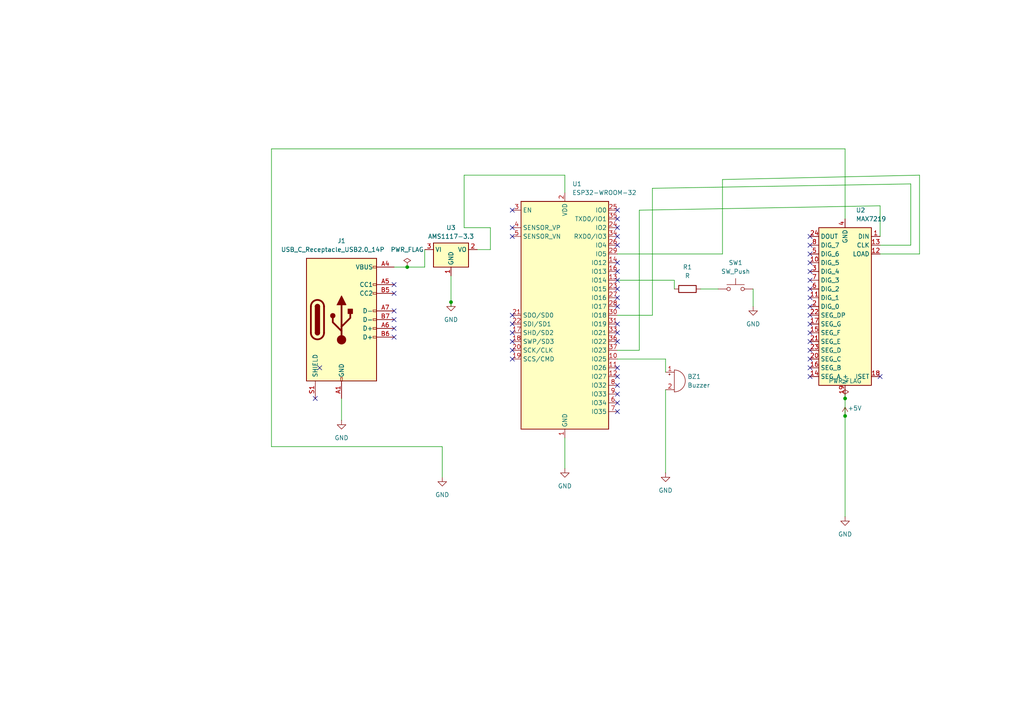
<source format=kicad_sch>
(kicad_sch
	(version 20250114)
	(generator "eeschema")
	(generator_version "9.0")
	(uuid "92d4827d-2512-480e-8388-52142f7de1b2")
	(paper "A4")
	(lib_symbols
		(symbol "Connector:USB_C_Receptacle_USB2.0_14P"
			(pin_names
				(offset 1.016)
			)
			(exclude_from_sim no)
			(in_bom yes)
			(on_board yes)
			(property "Reference" "J"
				(at 0 22.225 0)
				(effects
					(font
						(size 1.27 1.27)
					)
				)
			)
			(property "Value" "USB_C_Receptacle_USB2.0_14P"
				(at 0 19.685 0)
				(effects
					(font
						(size 1.27 1.27)
					)
				)
			)
			(property "Footprint" ""
				(at 3.81 0 0)
				(effects
					(font
						(size 1.27 1.27)
					)
					(hide yes)
				)
			)
			(property "Datasheet" "https://www.usb.org/sites/default/files/documents/usb_type-c.zip"
				(at 3.81 0 0)
				(effects
					(font
						(size 1.27 1.27)
					)
					(hide yes)
				)
			)
			(property "Description" "USB 2.0-only 14P Type-C Receptacle connector"
				(at 0 0 0)
				(effects
					(font
						(size 1.27 1.27)
					)
					(hide yes)
				)
			)
			(property "ki_keywords" "usb universal serial bus type-C USB2.0"
				(at 0 0 0)
				(effects
					(font
						(size 1.27 1.27)
					)
					(hide yes)
				)
			)
			(property "ki_fp_filters" "USB*C*Receptacle*"
				(at 0 0 0)
				(effects
					(font
						(size 1.27 1.27)
					)
					(hide yes)
				)
			)
			(symbol "USB_C_Receptacle_USB2.0_14P_0_0"
				(rectangle
					(start -0.254 -17.78)
					(end 0.254 -16.764)
					(stroke
						(width 0)
						(type default)
					)
					(fill
						(type none)
					)
				)
				(rectangle
					(start 10.16 15.494)
					(end 9.144 14.986)
					(stroke
						(width 0)
						(type default)
					)
					(fill
						(type none)
					)
				)
				(rectangle
					(start 10.16 10.414)
					(end 9.144 9.906)
					(stroke
						(width 0)
						(type default)
					)
					(fill
						(type none)
					)
				)
				(rectangle
					(start 10.16 7.874)
					(end 9.144 7.366)
					(stroke
						(width 0)
						(type default)
					)
					(fill
						(type none)
					)
				)
				(rectangle
					(start 10.16 2.794)
					(end 9.144 2.286)
					(stroke
						(width 0)
						(type default)
					)
					(fill
						(type none)
					)
				)
				(rectangle
					(start 10.16 0.254)
					(end 9.144 -0.254)
					(stroke
						(width 0)
						(type default)
					)
					(fill
						(type none)
					)
				)
				(rectangle
					(start 10.16 -2.286)
					(end 9.144 -2.794)
					(stroke
						(width 0)
						(type default)
					)
					(fill
						(type none)
					)
				)
				(rectangle
					(start 10.16 -4.826)
					(end 9.144 -5.334)
					(stroke
						(width 0)
						(type default)
					)
					(fill
						(type none)
					)
				)
			)
			(symbol "USB_C_Receptacle_USB2.0_14P_0_1"
				(rectangle
					(start -10.16 17.78)
					(end 10.16 -17.78)
					(stroke
						(width 0.254)
						(type default)
					)
					(fill
						(type background)
					)
				)
				(polyline
					(pts
						(xy -8.89 -3.81) (xy -8.89 3.81)
					)
					(stroke
						(width 0.508)
						(type default)
					)
					(fill
						(type none)
					)
				)
				(rectangle
					(start -7.62 -3.81)
					(end -6.35 3.81)
					(stroke
						(width 0.254)
						(type default)
					)
					(fill
						(type outline)
					)
				)
				(arc
					(start -7.62 3.81)
					(mid -6.985 4.4423)
					(end -6.35 3.81)
					(stroke
						(width 0.254)
						(type default)
					)
					(fill
						(type none)
					)
				)
				(arc
					(start -7.62 3.81)
					(mid -6.985 4.4423)
					(end -6.35 3.81)
					(stroke
						(width 0.254)
						(type default)
					)
					(fill
						(type outline)
					)
				)
				(arc
					(start -8.89 3.81)
					(mid -6.985 5.7067)
					(end -5.08 3.81)
					(stroke
						(width 0.508)
						(type default)
					)
					(fill
						(type none)
					)
				)
				(arc
					(start -5.08 -3.81)
					(mid -6.985 -5.7067)
					(end -8.89 -3.81)
					(stroke
						(width 0.508)
						(type default)
					)
					(fill
						(type none)
					)
				)
				(arc
					(start -6.35 -3.81)
					(mid -6.985 -4.4423)
					(end -7.62 -3.81)
					(stroke
						(width 0.254)
						(type default)
					)
					(fill
						(type none)
					)
				)
				(arc
					(start -6.35 -3.81)
					(mid -6.985 -4.4423)
					(end -7.62 -3.81)
					(stroke
						(width 0.254)
						(type default)
					)
					(fill
						(type outline)
					)
				)
				(polyline
					(pts
						(xy -5.08 3.81) (xy -5.08 -3.81)
					)
					(stroke
						(width 0.508)
						(type default)
					)
					(fill
						(type none)
					)
				)
				(circle
					(center -2.54 1.143)
					(radius 0.635)
					(stroke
						(width 0.254)
						(type default)
					)
					(fill
						(type outline)
					)
				)
				(polyline
					(pts
						(xy -1.27 4.318) (xy 0 6.858) (xy 1.27 4.318) (xy -1.27 4.318)
					)
					(stroke
						(width 0.254)
						(type default)
					)
					(fill
						(type outline)
					)
				)
				(polyline
					(pts
						(xy 0 -2.032) (xy 2.54 0.508) (xy 2.54 1.778)
					)
					(stroke
						(width 0.508)
						(type default)
					)
					(fill
						(type none)
					)
				)
				(polyline
					(pts
						(xy 0 -3.302) (xy -2.54 -0.762) (xy -2.54 0.508)
					)
					(stroke
						(width 0.508)
						(type default)
					)
					(fill
						(type none)
					)
				)
				(polyline
					(pts
						(xy 0 -5.842) (xy 0 4.318)
					)
					(stroke
						(width 0.508)
						(type default)
					)
					(fill
						(type none)
					)
				)
				(circle
					(center 0 -5.842)
					(radius 1.27)
					(stroke
						(width 0)
						(type default)
					)
					(fill
						(type outline)
					)
				)
				(rectangle
					(start 1.905 1.778)
					(end 3.175 3.048)
					(stroke
						(width 0.254)
						(type default)
					)
					(fill
						(type outline)
					)
				)
			)
			(symbol "USB_C_Receptacle_USB2.0_14P_1_1"
				(pin passive line
					(at -7.62 -22.86 90)
					(length 5.08)
					(name "SHIELD"
						(effects
							(font
								(size 1.27 1.27)
							)
						)
					)
					(number "S1"
						(effects
							(font
								(size 1.27 1.27)
							)
						)
					)
				)
				(pin passive line
					(at 0 -22.86 90)
					(length 5.08)
					(name "GND"
						(effects
							(font
								(size 1.27 1.27)
							)
						)
					)
					(number "A1"
						(effects
							(font
								(size 1.27 1.27)
							)
						)
					)
				)
				(pin passive line
					(at 0 -22.86 90)
					(length 5.08)
					(hide yes)
					(name "GND"
						(effects
							(font
								(size 1.27 1.27)
							)
						)
					)
					(number "A12"
						(effects
							(font
								(size 1.27 1.27)
							)
						)
					)
				)
				(pin passive line
					(at 0 -22.86 90)
					(length 5.08)
					(hide yes)
					(name "GND"
						(effects
							(font
								(size 1.27 1.27)
							)
						)
					)
					(number "B1"
						(effects
							(font
								(size 1.27 1.27)
							)
						)
					)
				)
				(pin passive line
					(at 0 -22.86 90)
					(length 5.08)
					(hide yes)
					(name "GND"
						(effects
							(font
								(size 1.27 1.27)
							)
						)
					)
					(number "B12"
						(effects
							(font
								(size 1.27 1.27)
							)
						)
					)
				)
				(pin passive line
					(at 15.24 15.24 180)
					(length 5.08)
					(name "VBUS"
						(effects
							(font
								(size 1.27 1.27)
							)
						)
					)
					(number "A4"
						(effects
							(font
								(size 1.27 1.27)
							)
						)
					)
				)
				(pin passive line
					(at 15.24 15.24 180)
					(length 5.08)
					(hide yes)
					(name "VBUS"
						(effects
							(font
								(size 1.27 1.27)
							)
						)
					)
					(number "A9"
						(effects
							(font
								(size 1.27 1.27)
							)
						)
					)
				)
				(pin passive line
					(at 15.24 15.24 180)
					(length 5.08)
					(hide yes)
					(name "VBUS"
						(effects
							(font
								(size 1.27 1.27)
							)
						)
					)
					(number "B4"
						(effects
							(font
								(size 1.27 1.27)
							)
						)
					)
				)
				(pin passive line
					(at 15.24 15.24 180)
					(length 5.08)
					(hide yes)
					(name "VBUS"
						(effects
							(font
								(size 1.27 1.27)
							)
						)
					)
					(number "B9"
						(effects
							(font
								(size 1.27 1.27)
							)
						)
					)
				)
				(pin bidirectional line
					(at 15.24 10.16 180)
					(length 5.08)
					(name "CC1"
						(effects
							(font
								(size 1.27 1.27)
							)
						)
					)
					(number "A5"
						(effects
							(font
								(size 1.27 1.27)
							)
						)
					)
				)
				(pin bidirectional line
					(at 15.24 7.62 180)
					(length 5.08)
					(name "CC2"
						(effects
							(font
								(size 1.27 1.27)
							)
						)
					)
					(number "B5"
						(effects
							(font
								(size 1.27 1.27)
							)
						)
					)
				)
				(pin bidirectional line
					(at 15.24 2.54 180)
					(length 5.08)
					(name "D-"
						(effects
							(font
								(size 1.27 1.27)
							)
						)
					)
					(number "A7"
						(effects
							(font
								(size 1.27 1.27)
							)
						)
					)
				)
				(pin bidirectional line
					(at 15.24 0 180)
					(length 5.08)
					(name "D-"
						(effects
							(font
								(size 1.27 1.27)
							)
						)
					)
					(number "B7"
						(effects
							(font
								(size 1.27 1.27)
							)
						)
					)
				)
				(pin bidirectional line
					(at 15.24 -2.54 180)
					(length 5.08)
					(name "D+"
						(effects
							(font
								(size 1.27 1.27)
							)
						)
					)
					(number "A6"
						(effects
							(font
								(size 1.27 1.27)
							)
						)
					)
				)
				(pin bidirectional line
					(at 15.24 -5.08 180)
					(length 5.08)
					(name "D+"
						(effects
							(font
								(size 1.27 1.27)
							)
						)
					)
					(number "B6"
						(effects
							(font
								(size 1.27 1.27)
							)
						)
					)
				)
			)
			(embedded_fonts no)
		)
		(symbol "Device:Buzzer"
			(pin_names
				(offset 0.0254)
				(hide yes)
			)
			(exclude_from_sim no)
			(in_bom yes)
			(on_board yes)
			(property "Reference" "BZ"
				(at 3.81 1.27 0)
				(effects
					(font
						(size 1.27 1.27)
					)
					(justify left)
				)
			)
			(property "Value" "Buzzer"
				(at 3.81 -1.27 0)
				(effects
					(font
						(size 1.27 1.27)
					)
					(justify left)
				)
			)
			(property "Footprint" ""
				(at -0.635 2.54 90)
				(effects
					(font
						(size 1.27 1.27)
					)
					(hide yes)
				)
			)
			(property "Datasheet" "~"
				(at -0.635 2.54 90)
				(effects
					(font
						(size 1.27 1.27)
					)
					(hide yes)
				)
			)
			(property "Description" "Buzzer, polarized"
				(at 0 0 0)
				(effects
					(font
						(size 1.27 1.27)
					)
					(hide yes)
				)
			)
			(property "ki_keywords" "quartz resonator ceramic"
				(at 0 0 0)
				(effects
					(font
						(size 1.27 1.27)
					)
					(hide yes)
				)
			)
			(property "ki_fp_filters" "*Buzzer*"
				(at 0 0 0)
				(effects
					(font
						(size 1.27 1.27)
					)
					(hide yes)
				)
			)
			(symbol "Buzzer_0_1"
				(polyline
					(pts
						(xy -1.651 1.905) (xy -1.143 1.905)
					)
					(stroke
						(width 0)
						(type default)
					)
					(fill
						(type none)
					)
				)
				(polyline
					(pts
						(xy -1.397 2.159) (xy -1.397 1.651)
					)
					(stroke
						(width 0)
						(type default)
					)
					(fill
						(type none)
					)
				)
				(arc
					(start 0 3.175)
					(mid 3.1612 0)
					(end 0 -3.175)
					(stroke
						(width 0)
						(type default)
					)
					(fill
						(type none)
					)
				)
				(polyline
					(pts
						(xy 0 3.175) (xy 0 -3.175)
					)
					(stroke
						(width 0)
						(type default)
					)
					(fill
						(type none)
					)
				)
			)
			(symbol "Buzzer_1_1"
				(pin passive line
					(at -2.54 2.54 0)
					(length 2.54)
					(name "+"
						(effects
							(font
								(size 1.27 1.27)
							)
						)
					)
					(number "1"
						(effects
							(font
								(size 1.27 1.27)
							)
						)
					)
				)
				(pin passive line
					(at -2.54 -2.54 0)
					(length 2.54)
					(name "-"
						(effects
							(font
								(size 1.27 1.27)
							)
						)
					)
					(number "2"
						(effects
							(font
								(size 1.27 1.27)
							)
						)
					)
				)
			)
			(embedded_fonts no)
		)
		(symbol "Device:R"
			(pin_numbers
				(hide yes)
			)
			(pin_names
				(offset 0)
			)
			(exclude_from_sim no)
			(in_bom yes)
			(on_board yes)
			(property "Reference" "R"
				(at 2.032 0 90)
				(effects
					(font
						(size 1.27 1.27)
					)
				)
			)
			(property "Value" "R"
				(at 0 0 90)
				(effects
					(font
						(size 1.27 1.27)
					)
				)
			)
			(property "Footprint" ""
				(at -1.778 0 90)
				(effects
					(font
						(size 1.27 1.27)
					)
					(hide yes)
				)
			)
			(property "Datasheet" "~"
				(at 0 0 0)
				(effects
					(font
						(size 1.27 1.27)
					)
					(hide yes)
				)
			)
			(property "Description" "Resistor"
				(at 0 0 0)
				(effects
					(font
						(size 1.27 1.27)
					)
					(hide yes)
				)
			)
			(property "ki_keywords" "R res resistor"
				(at 0 0 0)
				(effects
					(font
						(size 1.27 1.27)
					)
					(hide yes)
				)
			)
			(property "ki_fp_filters" "R_*"
				(at 0 0 0)
				(effects
					(font
						(size 1.27 1.27)
					)
					(hide yes)
				)
			)
			(symbol "R_0_1"
				(rectangle
					(start -1.016 -2.54)
					(end 1.016 2.54)
					(stroke
						(width 0.254)
						(type default)
					)
					(fill
						(type none)
					)
				)
			)
			(symbol "R_1_1"
				(pin passive line
					(at 0 3.81 270)
					(length 1.27)
					(name "~"
						(effects
							(font
								(size 1.27 1.27)
							)
						)
					)
					(number "1"
						(effects
							(font
								(size 1.27 1.27)
							)
						)
					)
				)
				(pin passive line
					(at 0 -3.81 90)
					(length 1.27)
					(name "~"
						(effects
							(font
								(size 1.27 1.27)
							)
						)
					)
					(number "2"
						(effects
							(font
								(size 1.27 1.27)
							)
						)
					)
				)
			)
			(embedded_fonts no)
		)
		(symbol "Driver_LED:MAX7219"
			(exclude_from_sim no)
			(in_bom yes)
			(on_board yes)
			(property "Reference" "U"
				(at -6.35 24.13 0)
				(effects
					(font
						(size 1.27 1.27)
					)
					(justify left bottom)
				)
			)
			(property "Value" "MAX7219"
				(at 1.27 25.4 0)
				(effects
					(font
						(size 1.27 1.27)
					)
					(justify left top)
				)
			)
			(property "Footprint" ""
				(at -1.27 1.27 0)
				(effects
					(font
						(size 1.27 1.27)
					)
					(hide yes)
				)
			)
			(property "Datasheet" "https://datasheets.maximintegrated.com/en/ds/MAX7219-MAX7221.pdf"
				(at 1.27 -3.81 0)
				(effects
					(font
						(size 1.27 1.27)
					)
					(hide yes)
				)
			)
			(property "Description" "8-Digit LED Display Driver"
				(at 0 0 0)
				(effects
					(font
						(size 1.27 1.27)
					)
					(hide yes)
				)
			)
			(property "ki_keywords" "LED 8-Digit Display Driver"
				(at 0 0 0)
				(effects
					(font
						(size 1.27 1.27)
					)
					(hide yes)
				)
			)
			(property "ki_fp_filters" "SOIC*7.5x15.4mm*P1.27mm* DIP*7.62mm*"
				(at 0 0 0)
				(effects
					(font
						(size 1.27 1.27)
					)
					(hide yes)
				)
			)
			(symbol "MAX7219_0_1"
				(rectangle
					(start -7.62 22.86)
					(end 7.62 -22.86)
					(stroke
						(width 0.254)
						(type default)
					)
					(fill
						(type background)
					)
				)
			)
			(symbol "MAX7219_1_1"
				(pin input line
					(at -10.16 20.32 0)
					(length 2.54)
					(name "ISET"
						(effects
							(font
								(size 1.27 1.27)
							)
						)
					)
					(number "18"
						(effects
							(font
								(size 1.27 1.27)
							)
						)
					)
				)
				(pin input line
					(at -10.16 -15.24 0)
					(length 2.54)
					(name "LOAD"
						(effects
							(font
								(size 1.27 1.27)
							)
						)
					)
					(number "12"
						(effects
							(font
								(size 1.27 1.27)
							)
						)
					)
				)
				(pin input line
					(at -10.16 -17.78 0)
					(length 2.54)
					(name "CLK"
						(effects
							(font
								(size 1.27 1.27)
							)
						)
					)
					(number "13"
						(effects
							(font
								(size 1.27 1.27)
							)
						)
					)
				)
				(pin input line
					(at -10.16 -20.32 0)
					(length 2.54)
					(name "DIN"
						(effects
							(font
								(size 1.27 1.27)
							)
						)
					)
					(number "1"
						(effects
							(font
								(size 1.27 1.27)
							)
						)
					)
				)
				(pin power_in line
					(at 0 25.4 270)
					(length 2.54)
					(name "V+"
						(effects
							(font
								(size 1.27 1.27)
							)
						)
					)
					(number "19"
						(effects
							(font
								(size 1.27 1.27)
							)
						)
					)
				)
				(pin power_in line
					(at 0 -25.4 90)
					(length 2.54)
					(name "GND"
						(effects
							(font
								(size 1.27 1.27)
							)
						)
					)
					(number "4"
						(effects
							(font
								(size 1.27 1.27)
							)
						)
					)
				)
				(pin passive line
					(at 0 -25.4 90)
					(length 2.54)
					(hide yes)
					(name "GND"
						(effects
							(font
								(size 1.27 1.27)
							)
						)
					)
					(number "9"
						(effects
							(font
								(size 1.27 1.27)
							)
						)
					)
				)
				(pin output line
					(at 10.16 20.32 180)
					(length 2.54)
					(name "SEG_A"
						(effects
							(font
								(size 1.27 1.27)
							)
						)
					)
					(number "14"
						(effects
							(font
								(size 1.27 1.27)
							)
						)
					)
				)
				(pin output line
					(at 10.16 17.78 180)
					(length 2.54)
					(name "SEG_B"
						(effects
							(font
								(size 1.27 1.27)
							)
						)
					)
					(number "16"
						(effects
							(font
								(size 1.27 1.27)
							)
						)
					)
				)
				(pin output line
					(at 10.16 15.24 180)
					(length 2.54)
					(name "SEG_C"
						(effects
							(font
								(size 1.27 1.27)
							)
						)
					)
					(number "20"
						(effects
							(font
								(size 1.27 1.27)
							)
						)
					)
				)
				(pin output line
					(at 10.16 12.7 180)
					(length 2.54)
					(name "SEG_D"
						(effects
							(font
								(size 1.27 1.27)
							)
						)
					)
					(number "23"
						(effects
							(font
								(size 1.27 1.27)
							)
						)
					)
				)
				(pin output line
					(at 10.16 10.16 180)
					(length 2.54)
					(name "SEG_E"
						(effects
							(font
								(size 1.27 1.27)
							)
						)
					)
					(number "21"
						(effects
							(font
								(size 1.27 1.27)
							)
						)
					)
				)
				(pin output line
					(at 10.16 7.62 180)
					(length 2.54)
					(name "SEG_F"
						(effects
							(font
								(size 1.27 1.27)
							)
						)
					)
					(number "15"
						(effects
							(font
								(size 1.27 1.27)
							)
						)
					)
				)
				(pin output line
					(at 10.16 5.08 180)
					(length 2.54)
					(name "SEG_G"
						(effects
							(font
								(size 1.27 1.27)
							)
						)
					)
					(number "17"
						(effects
							(font
								(size 1.27 1.27)
							)
						)
					)
				)
				(pin output line
					(at 10.16 2.54 180)
					(length 2.54)
					(name "SEG_DP"
						(effects
							(font
								(size 1.27 1.27)
							)
						)
					)
					(number "22"
						(effects
							(font
								(size 1.27 1.27)
							)
						)
					)
				)
				(pin output line
					(at 10.16 0 180)
					(length 2.54)
					(name "DIG_0"
						(effects
							(font
								(size 1.27 1.27)
							)
						)
					)
					(number "2"
						(effects
							(font
								(size 1.27 1.27)
							)
						)
					)
				)
				(pin output line
					(at 10.16 -2.54 180)
					(length 2.54)
					(name "DIG_1"
						(effects
							(font
								(size 1.27 1.27)
							)
						)
					)
					(number "11"
						(effects
							(font
								(size 1.27 1.27)
							)
						)
					)
				)
				(pin output line
					(at 10.16 -5.08 180)
					(length 2.54)
					(name "DIG_2"
						(effects
							(font
								(size 1.27 1.27)
							)
						)
					)
					(number "6"
						(effects
							(font
								(size 1.27 1.27)
							)
						)
					)
				)
				(pin output line
					(at 10.16 -7.62 180)
					(length 2.54)
					(name "DIG_3"
						(effects
							(font
								(size 1.27 1.27)
							)
						)
					)
					(number "7"
						(effects
							(font
								(size 1.27 1.27)
							)
						)
					)
				)
				(pin output line
					(at 10.16 -10.16 180)
					(length 2.54)
					(name "DIG_4"
						(effects
							(font
								(size 1.27 1.27)
							)
						)
					)
					(number "3"
						(effects
							(font
								(size 1.27 1.27)
							)
						)
					)
				)
				(pin output line
					(at 10.16 -12.7 180)
					(length 2.54)
					(name "DIG_5"
						(effects
							(font
								(size 1.27 1.27)
							)
						)
					)
					(number "10"
						(effects
							(font
								(size 1.27 1.27)
							)
						)
					)
				)
				(pin output line
					(at 10.16 -15.24 180)
					(length 2.54)
					(name "DIG_6"
						(effects
							(font
								(size 1.27 1.27)
							)
						)
					)
					(number "5"
						(effects
							(font
								(size 1.27 1.27)
							)
						)
					)
				)
				(pin output line
					(at 10.16 -17.78 180)
					(length 2.54)
					(name "DIG_7"
						(effects
							(font
								(size 1.27 1.27)
							)
						)
					)
					(number "8"
						(effects
							(font
								(size 1.27 1.27)
							)
						)
					)
				)
				(pin output line
					(at 10.16 -20.32 180)
					(length 2.54)
					(name "DOUT"
						(effects
							(font
								(size 1.27 1.27)
							)
						)
					)
					(number "24"
						(effects
							(font
								(size 1.27 1.27)
							)
						)
					)
				)
			)
			(embedded_fonts no)
		)
		(symbol "RF_Module:ESP32-WROOM-32"
			(exclude_from_sim no)
			(in_bom yes)
			(on_board yes)
			(property "Reference" "U"
				(at -12.7 34.29 0)
				(effects
					(font
						(size 1.27 1.27)
					)
					(justify left)
				)
			)
			(property "Value" "ESP32-WROOM-32"
				(at 1.27 34.29 0)
				(effects
					(font
						(size 1.27 1.27)
					)
					(justify left)
				)
			)
			(property "Footprint" "RF_Module:ESP32-WROOM-32"
				(at 0 -38.1 0)
				(effects
					(font
						(size 1.27 1.27)
					)
					(hide yes)
				)
			)
			(property "Datasheet" "https://www.espressif.com/sites/default/files/documentation/esp32-wroom-32_datasheet_en.pdf"
				(at -7.62 1.27 0)
				(effects
					(font
						(size 1.27 1.27)
					)
					(hide yes)
				)
			)
			(property "Description" "RF Module, ESP32-D0WDQ6 SoC, Wi-Fi 802.11b/g/n, Bluetooth, BLE, 32-bit, 2.7-3.6V, onboard antenna, SMD"
				(at 0 0 0)
				(effects
					(font
						(size 1.27 1.27)
					)
					(hide yes)
				)
			)
			(property "ki_keywords" "RF Radio BT ESP ESP32 Espressif onboard PCB antenna"
				(at 0 0 0)
				(effects
					(font
						(size 1.27 1.27)
					)
					(hide yes)
				)
			)
			(property "ki_fp_filters" "ESP32?WROOM?32*"
				(at 0 0 0)
				(effects
					(font
						(size 1.27 1.27)
					)
					(hide yes)
				)
			)
			(symbol "ESP32-WROOM-32_0_1"
				(rectangle
					(start -12.7 33.02)
					(end 12.7 -33.02)
					(stroke
						(width 0.254)
						(type default)
					)
					(fill
						(type background)
					)
				)
			)
			(symbol "ESP32-WROOM-32_1_1"
				(pin input line
					(at -15.24 30.48 0)
					(length 2.54)
					(name "EN"
						(effects
							(font
								(size 1.27 1.27)
							)
						)
					)
					(number "3"
						(effects
							(font
								(size 1.27 1.27)
							)
						)
					)
				)
				(pin input line
					(at -15.24 25.4 0)
					(length 2.54)
					(name "SENSOR_VP"
						(effects
							(font
								(size 1.27 1.27)
							)
						)
					)
					(number "4"
						(effects
							(font
								(size 1.27 1.27)
							)
						)
					)
				)
				(pin input line
					(at -15.24 22.86 0)
					(length 2.54)
					(name "SENSOR_VN"
						(effects
							(font
								(size 1.27 1.27)
							)
						)
					)
					(number "5"
						(effects
							(font
								(size 1.27 1.27)
							)
						)
					)
				)
				(pin bidirectional line
					(at -15.24 0 0)
					(length 2.54)
					(name "SDO/SD0"
						(effects
							(font
								(size 1.27 1.27)
							)
						)
					)
					(number "21"
						(effects
							(font
								(size 1.27 1.27)
							)
						)
					)
				)
				(pin bidirectional line
					(at -15.24 -2.54 0)
					(length 2.54)
					(name "SDI/SD1"
						(effects
							(font
								(size 1.27 1.27)
							)
						)
					)
					(number "22"
						(effects
							(font
								(size 1.27 1.27)
							)
						)
					)
				)
				(pin bidirectional line
					(at -15.24 -5.08 0)
					(length 2.54)
					(name "SHD/SD2"
						(effects
							(font
								(size 1.27 1.27)
							)
						)
					)
					(number "17"
						(effects
							(font
								(size 1.27 1.27)
							)
						)
					)
				)
				(pin bidirectional line
					(at -15.24 -7.62 0)
					(length 2.54)
					(name "SWP/SD3"
						(effects
							(font
								(size 1.27 1.27)
							)
						)
					)
					(number "18"
						(effects
							(font
								(size 1.27 1.27)
							)
						)
					)
				)
				(pin bidirectional line
					(at -15.24 -10.16 0)
					(length 2.54)
					(name "SCK/CLK"
						(effects
							(font
								(size 1.27 1.27)
							)
						)
					)
					(number "20"
						(effects
							(font
								(size 1.27 1.27)
							)
						)
					)
				)
				(pin bidirectional line
					(at -15.24 -12.7 0)
					(length 2.54)
					(name "SCS/CMD"
						(effects
							(font
								(size 1.27 1.27)
							)
						)
					)
					(number "19"
						(effects
							(font
								(size 1.27 1.27)
							)
						)
					)
				)
				(pin no_connect line
					(at -12.7 -27.94 0)
					(length 2.54)
					(hide yes)
					(name "NC"
						(effects
							(font
								(size 1.27 1.27)
							)
						)
					)
					(number "32"
						(effects
							(font
								(size 1.27 1.27)
							)
						)
					)
				)
				(pin power_in line
					(at 0 35.56 270)
					(length 2.54)
					(name "VDD"
						(effects
							(font
								(size 1.27 1.27)
							)
						)
					)
					(number "2"
						(effects
							(font
								(size 1.27 1.27)
							)
						)
					)
				)
				(pin power_in line
					(at 0 -35.56 90)
					(length 2.54)
					(name "GND"
						(effects
							(font
								(size 1.27 1.27)
							)
						)
					)
					(number "1"
						(effects
							(font
								(size 1.27 1.27)
							)
						)
					)
				)
				(pin passive line
					(at 0 -35.56 90)
					(length 2.54)
					(hide yes)
					(name "GND"
						(effects
							(font
								(size 1.27 1.27)
							)
						)
					)
					(number "15"
						(effects
							(font
								(size 1.27 1.27)
							)
						)
					)
				)
				(pin passive line
					(at 0 -35.56 90)
					(length 2.54)
					(hide yes)
					(name "GND"
						(effects
							(font
								(size 1.27 1.27)
							)
						)
					)
					(number "38"
						(effects
							(font
								(size 1.27 1.27)
							)
						)
					)
				)
				(pin passive line
					(at 0 -35.56 90)
					(length 2.54)
					(hide yes)
					(name "GND"
						(effects
							(font
								(size 1.27 1.27)
							)
						)
					)
					(number "39"
						(effects
							(font
								(size 1.27 1.27)
							)
						)
					)
				)
				(pin bidirectional line
					(at 15.24 30.48 180)
					(length 2.54)
					(name "IO0"
						(effects
							(font
								(size 1.27 1.27)
							)
						)
					)
					(number "25"
						(effects
							(font
								(size 1.27 1.27)
							)
						)
					)
				)
				(pin bidirectional line
					(at 15.24 27.94 180)
					(length 2.54)
					(name "TXD0/IO1"
						(effects
							(font
								(size 1.27 1.27)
							)
						)
					)
					(number "35"
						(effects
							(font
								(size 1.27 1.27)
							)
						)
					)
				)
				(pin bidirectional line
					(at 15.24 25.4 180)
					(length 2.54)
					(name "IO2"
						(effects
							(font
								(size 1.27 1.27)
							)
						)
					)
					(number "24"
						(effects
							(font
								(size 1.27 1.27)
							)
						)
					)
				)
				(pin bidirectional line
					(at 15.24 22.86 180)
					(length 2.54)
					(name "RXD0/IO3"
						(effects
							(font
								(size 1.27 1.27)
							)
						)
					)
					(number "34"
						(effects
							(font
								(size 1.27 1.27)
							)
						)
					)
				)
				(pin bidirectional line
					(at 15.24 20.32 180)
					(length 2.54)
					(name "IO4"
						(effects
							(font
								(size 1.27 1.27)
							)
						)
					)
					(number "26"
						(effects
							(font
								(size 1.27 1.27)
							)
						)
					)
				)
				(pin bidirectional line
					(at 15.24 17.78 180)
					(length 2.54)
					(name "IO5"
						(effects
							(font
								(size 1.27 1.27)
							)
						)
					)
					(number "29"
						(effects
							(font
								(size 1.27 1.27)
							)
						)
					)
				)
				(pin bidirectional line
					(at 15.24 15.24 180)
					(length 2.54)
					(name "IO12"
						(effects
							(font
								(size 1.27 1.27)
							)
						)
					)
					(number "14"
						(effects
							(font
								(size 1.27 1.27)
							)
						)
					)
				)
				(pin bidirectional line
					(at 15.24 12.7 180)
					(length 2.54)
					(name "IO13"
						(effects
							(font
								(size 1.27 1.27)
							)
						)
					)
					(number "16"
						(effects
							(font
								(size 1.27 1.27)
							)
						)
					)
				)
				(pin bidirectional line
					(at 15.24 10.16 180)
					(length 2.54)
					(name "IO14"
						(effects
							(font
								(size 1.27 1.27)
							)
						)
					)
					(number "13"
						(effects
							(font
								(size 1.27 1.27)
							)
						)
					)
				)
				(pin bidirectional line
					(at 15.24 7.62 180)
					(length 2.54)
					(name "IO15"
						(effects
							(font
								(size 1.27 1.27)
							)
						)
					)
					(number "23"
						(effects
							(font
								(size 1.27 1.27)
							)
						)
					)
				)
				(pin bidirectional line
					(at 15.24 5.08 180)
					(length 2.54)
					(name "IO16"
						(effects
							(font
								(size 1.27 1.27)
							)
						)
					)
					(number "27"
						(effects
							(font
								(size 1.27 1.27)
							)
						)
					)
				)
				(pin bidirectional line
					(at 15.24 2.54 180)
					(length 2.54)
					(name "IO17"
						(effects
							(font
								(size 1.27 1.27)
							)
						)
					)
					(number "28"
						(effects
							(font
								(size 1.27 1.27)
							)
						)
					)
				)
				(pin bidirectional line
					(at 15.24 0 180)
					(length 2.54)
					(name "IO18"
						(effects
							(font
								(size 1.27 1.27)
							)
						)
					)
					(number "30"
						(effects
							(font
								(size 1.27 1.27)
							)
						)
					)
				)
				(pin bidirectional line
					(at 15.24 -2.54 180)
					(length 2.54)
					(name "IO19"
						(effects
							(font
								(size 1.27 1.27)
							)
						)
					)
					(number "31"
						(effects
							(font
								(size 1.27 1.27)
							)
						)
					)
				)
				(pin bidirectional line
					(at 15.24 -5.08 180)
					(length 2.54)
					(name "IO21"
						(effects
							(font
								(size 1.27 1.27)
							)
						)
					)
					(number "33"
						(effects
							(font
								(size 1.27 1.27)
							)
						)
					)
				)
				(pin bidirectional line
					(at 15.24 -7.62 180)
					(length 2.54)
					(name "IO22"
						(effects
							(font
								(size 1.27 1.27)
							)
						)
					)
					(number "36"
						(effects
							(font
								(size 1.27 1.27)
							)
						)
					)
				)
				(pin bidirectional line
					(at 15.24 -10.16 180)
					(length 2.54)
					(name "IO23"
						(effects
							(font
								(size 1.27 1.27)
							)
						)
					)
					(number "37"
						(effects
							(font
								(size 1.27 1.27)
							)
						)
					)
				)
				(pin bidirectional line
					(at 15.24 -12.7 180)
					(length 2.54)
					(name "IO25"
						(effects
							(font
								(size 1.27 1.27)
							)
						)
					)
					(number "10"
						(effects
							(font
								(size 1.27 1.27)
							)
						)
					)
				)
				(pin bidirectional line
					(at 15.24 -15.24 180)
					(length 2.54)
					(name "IO26"
						(effects
							(font
								(size 1.27 1.27)
							)
						)
					)
					(number "11"
						(effects
							(font
								(size 1.27 1.27)
							)
						)
					)
				)
				(pin bidirectional line
					(at 15.24 -17.78 180)
					(length 2.54)
					(name "IO27"
						(effects
							(font
								(size 1.27 1.27)
							)
						)
					)
					(number "12"
						(effects
							(font
								(size 1.27 1.27)
							)
						)
					)
				)
				(pin bidirectional line
					(at 15.24 -20.32 180)
					(length 2.54)
					(name "IO32"
						(effects
							(font
								(size 1.27 1.27)
							)
						)
					)
					(number "8"
						(effects
							(font
								(size 1.27 1.27)
							)
						)
					)
				)
				(pin bidirectional line
					(at 15.24 -22.86 180)
					(length 2.54)
					(name "IO33"
						(effects
							(font
								(size 1.27 1.27)
							)
						)
					)
					(number "9"
						(effects
							(font
								(size 1.27 1.27)
							)
						)
					)
				)
				(pin input line
					(at 15.24 -25.4 180)
					(length 2.54)
					(name "IO34"
						(effects
							(font
								(size 1.27 1.27)
							)
						)
					)
					(number "6"
						(effects
							(font
								(size 1.27 1.27)
							)
						)
					)
				)
				(pin input line
					(at 15.24 -27.94 180)
					(length 2.54)
					(name "IO35"
						(effects
							(font
								(size 1.27 1.27)
							)
						)
					)
					(number "7"
						(effects
							(font
								(size 1.27 1.27)
							)
						)
					)
				)
			)
			(embedded_fonts no)
		)
		(symbol "Regulator_Linear:AMS1117-3.3"
			(exclude_from_sim no)
			(in_bom yes)
			(on_board yes)
			(property "Reference" "U"
				(at -3.81 3.175 0)
				(effects
					(font
						(size 1.27 1.27)
					)
				)
			)
			(property "Value" "AMS1117-3.3"
				(at 0 3.175 0)
				(effects
					(font
						(size 1.27 1.27)
					)
					(justify left)
				)
			)
			(property "Footprint" "Package_TO_SOT_SMD:SOT-223-3_TabPin2"
				(at 0 5.08 0)
				(effects
					(font
						(size 1.27 1.27)
					)
					(hide yes)
				)
			)
			(property "Datasheet" "http://www.advanced-monolithic.com/pdf/ds1117.pdf"
				(at 2.54 -6.35 0)
				(effects
					(font
						(size 1.27 1.27)
					)
					(hide yes)
				)
			)
			(property "Description" "1A Low Dropout regulator, positive, 3.3V fixed output, SOT-223"
				(at 0 0 0)
				(effects
					(font
						(size 1.27 1.27)
					)
					(hide yes)
				)
			)
			(property "ki_keywords" "linear regulator ldo fixed positive"
				(at 0 0 0)
				(effects
					(font
						(size 1.27 1.27)
					)
					(hide yes)
				)
			)
			(property "ki_fp_filters" "SOT?223*TabPin2*"
				(at 0 0 0)
				(effects
					(font
						(size 1.27 1.27)
					)
					(hide yes)
				)
			)
			(symbol "AMS1117-3.3_0_1"
				(rectangle
					(start -5.08 -5.08)
					(end 5.08 1.905)
					(stroke
						(width 0.254)
						(type default)
					)
					(fill
						(type background)
					)
				)
			)
			(symbol "AMS1117-3.3_1_1"
				(pin power_in line
					(at -7.62 0 0)
					(length 2.54)
					(name "VI"
						(effects
							(font
								(size 1.27 1.27)
							)
						)
					)
					(number "3"
						(effects
							(font
								(size 1.27 1.27)
							)
						)
					)
				)
				(pin power_in line
					(at 0 -7.62 90)
					(length 2.54)
					(name "GND"
						(effects
							(font
								(size 1.27 1.27)
							)
						)
					)
					(number "1"
						(effects
							(font
								(size 1.27 1.27)
							)
						)
					)
				)
				(pin power_out line
					(at 7.62 0 180)
					(length 2.54)
					(name "VO"
						(effects
							(font
								(size 1.27 1.27)
							)
						)
					)
					(number "2"
						(effects
							(font
								(size 1.27 1.27)
							)
						)
					)
				)
			)
			(embedded_fonts no)
		)
		(symbol "Switch:SW_Push"
			(pin_numbers
				(hide yes)
			)
			(pin_names
				(offset 1.016)
				(hide yes)
			)
			(exclude_from_sim no)
			(in_bom yes)
			(on_board yes)
			(property "Reference" "SW"
				(at 1.27 2.54 0)
				(effects
					(font
						(size 1.27 1.27)
					)
					(justify left)
				)
			)
			(property "Value" "SW_Push"
				(at 0 -1.524 0)
				(effects
					(font
						(size 1.27 1.27)
					)
				)
			)
			(property "Footprint" ""
				(at 0 5.08 0)
				(effects
					(font
						(size 1.27 1.27)
					)
					(hide yes)
				)
			)
			(property "Datasheet" "~"
				(at 0 5.08 0)
				(effects
					(font
						(size 1.27 1.27)
					)
					(hide yes)
				)
			)
			(property "Description" "Push button switch, generic, two pins"
				(at 0 0 0)
				(effects
					(font
						(size 1.27 1.27)
					)
					(hide yes)
				)
			)
			(property "ki_keywords" "switch normally-open pushbutton push-button"
				(at 0 0 0)
				(effects
					(font
						(size 1.27 1.27)
					)
					(hide yes)
				)
			)
			(symbol "SW_Push_0_1"
				(circle
					(center -2.032 0)
					(radius 0.508)
					(stroke
						(width 0)
						(type default)
					)
					(fill
						(type none)
					)
				)
				(polyline
					(pts
						(xy 0 1.27) (xy 0 3.048)
					)
					(stroke
						(width 0)
						(type default)
					)
					(fill
						(type none)
					)
				)
				(circle
					(center 2.032 0)
					(radius 0.508)
					(stroke
						(width 0)
						(type default)
					)
					(fill
						(type none)
					)
				)
				(polyline
					(pts
						(xy 2.54 1.27) (xy -2.54 1.27)
					)
					(stroke
						(width 0)
						(type default)
					)
					(fill
						(type none)
					)
				)
				(pin passive line
					(at -5.08 0 0)
					(length 2.54)
					(name "1"
						(effects
							(font
								(size 1.27 1.27)
							)
						)
					)
					(number "1"
						(effects
							(font
								(size 1.27 1.27)
							)
						)
					)
				)
				(pin passive line
					(at 5.08 0 180)
					(length 2.54)
					(name "2"
						(effects
							(font
								(size 1.27 1.27)
							)
						)
					)
					(number "2"
						(effects
							(font
								(size 1.27 1.27)
							)
						)
					)
				)
			)
			(embedded_fonts no)
		)
		(symbol "power:+5V"
			(power)
			(pin_numbers
				(hide yes)
			)
			(pin_names
				(offset 0)
				(hide yes)
			)
			(exclude_from_sim no)
			(in_bom yes)
			(on_board yes)
			(property "Reference" "#PWR"
				(at 0 -3.81 0)
				(effects
					(font
						(size 1.27 1.27)
					)
					(hide yes)
				)
			)
			(property "Value" "+5V"
				(at 0 3.556 0)
				(effects
					(font
						(size 1.27 1.27)
					)
				)
			)
			(property "Footprint" ""
				(at 0 0 0)
				(effects
					(font
						(size 1.27 1.27)
					)
					(hide yes)
				)
			)
			(property "Datasheet" ""
				(at 0 0 0)
				(effects
					(font
						(size 1.27 1.27)
					)
					(hide yes)
				)
			)
			(property "Description" "Power symbol creates a global label with name \"+5V\""
				(at 0 0 0)
				(effects
					(font
						(size 1.27 1.27)
					)
					(hide yes)
				)
			)
			(property "ki_keywords" "global power"
				(at 0 0 0)
				(effects
					(font
						(size 1.27 1.27)
					)
					(hide yes)
				)
			)
			(symbol "+5V_0_1"
				(polyline
					(pts
						(xy -0.762 1.27) (xy 0 2.54)
					)
					(stroke
						(width 0)
						(type default)
					)
					(fill
						(type none)
					)
				)
				(polyline
					(pts
						(xy 0 2.54) (xy 0.762 1.27)
					)
					(stroke
						(width 0)
						(type default)
					)
					(fill
						(type none)
					)
				)
				(polyline
					(pts
						(xy 0 0) (xy 0 2.54)
					)
					(stroke
						(width 0)
						(type default)
					)
					(fill
						(type none)
					)
				)
			)
			(symbol "+5V_1_1"
				(pin power_in line
					(at 0 0 90)
					(length 0)
					(name "~"
						(effects
							(font
								(size 1.27 1.27)
							)
						)
					)
					(number "1"
						(effects
							(font
								(size 1.27 1.27)
							)
						)
					)
				)
			)
			(embedded_fonts no)
		)
		(symbol "power:GND"
			(power)
			(pin_numbers
				(hide yes)
			)
			(pin_names
				(offset 0)
				(hide yes)
			)
			(exclude_from_sim no)
			(in_bom yes)
			(on_board yes)
			(property "Reference" "#PWR"
				(at 0 -6.35 0)
				(effects
					(font
						(size 1.27 1.27)
					)
					(hide yes)
				)
			)
			(property "Value" "GND"
				(at 0 -3.81 0)
				(effects
					(font
						(size 1.27 1.27)
					)
				)
			)
			(property "Footprint" ""
				(at 0 0 0)
				(effects
					(font
						(size 1.27 1.27)
					)
					(hide yes)
				)
			)
			(property "Datasheet" ""
				(at 0 0 0)
				(effects
					(font
						(size 1.27 1.27)
					)
					(hide yes)
				)
			)
			(property "Description" "Power symbol creates a global label with name \"GND\" , ground"
				(at 0 0 0)
				(effects
					(font
						(size 1.27 1.27)
					)
					(hide yes)
				)
			)
			(property "ki_keywords" "global power"
				(at 0 0 0)
				(effects
					(font
						(size 1.27 1.27)
					)
					(hide yes)
				)
			)
			(symbol "GND_0_1"
				(polyline
					(pts
						(xy 0 0) (xy 0 -1.27) (xy 1.27 -1.27) (xy 0 -2.54) (xy -1.27 -1.27) (xy 0 -1.27)
					)
					(stroke
						(width 0)
						(type default)
					)
					(fill
						(type none)
					)
				)
			)
			(symbol "GND_1_1"
				(pin power_in line
					(at 0 0 270)
					(length 0)
					(name "~"
						(effects
							(font
								(size 1.27 1.27)
							)
						)
					)
					(number "1"
						(effects
							(font
								(size 1.27 1.27)
							)
						)
					)
				)
			)
			(embedded_fonts no)
		)
		(symbol "power:PWR_FLAG"
			(power)
			(pin_numbers
				(hide yes)
			)
			(pin_names
				(offset 0)
				(hide yes)
			)
			(exclude_from_sim no)
			(in_bom yes)
			(on_board yes)
			(property "Reference" "#FLG"
				(at 0 1.905 0)
				(effects
					(font
						(size 1.27 1.27)
					)
					(hide yes)
				)
			)
			(property "Value" "PWR_FLAG"
				(at 0 3.81 0)
				(effects
					(font
						(size 1.27 1.27)
					)
				)
			)
			(property "Footprint" ""
				(at 0 0 0)
				(effects
					(font
						(size 1.27 1.27)
					)
					(hide yes)
				)
			)
			(property "Datasheet" "~"
				(at 0 0 0)
				(effects
					(font
						(size 1.27 1.27)
					)
					(hide yes)
				)
			)
			(property "Description" "Special symbol for telling ERC where power comes from"
				(at 0 0 0)
				(effects
					(font
						(size 1.27 1.27)
					)
					(hide yes)
				)
			)
			(property "ki_keywords" "flag power"
				(at 0 0 0)
				(effects
					(font
						(size 1.27 1.27)
					)
					(hide yes)
				)
			)
			(symbol "PWR_FLAG_0_0"
				(pin power_out line
					(at 0 0 90)
					(length 0)
					(name "~"
						(effects
							(font
								(size 1.27 1.27)
							)
						)
					)
					(number "1"
						(effects
							(font
								(size 1.27 1.27)
							)
						)
					)
				)
			)
			(symbol "PWR_FLAG_0_1"
				(polyline
					(pts
						(xy 0 0) (xy 0 1.27) (xy -1.016 1.905) (xy 0 2.54) (xy 1.016 1.905) (xy 0 1.27)
					)
					(stroke
						(width 0)
						(type default)
					)
					(fill
						(type none)
					)
				)
			)
			(embedded_fonts no)
		)
	)
	(junction
		(at 245.11 120.65)
		(diameter 0)
		(color 0 0 0 0)
		(uuid "25dd9976-89f4-45b4-9a88-700488c8f888")
	)
	(junction
		(at 118.11 77.47)
		(diameter 0)
		(color 0 0 0 0)
		(uuid "b22a3c18-7953-4d34-bd01-4f1aa71ffd6b")
	)
	(junction
		(at 245.11 115.57)
		(diameter 0)
		(color 0 0 0 0)
		(uuid "cfb06a43-c11a-4203-8725-850862f7a0a5")
	)
	(junction
		(at 130.81 87.63)
		(diameter 0)
		(color 0 0 0 0)
		(uuid "d9f709e9-bce2-4b47-860d-aa921c1ec0ae")
	)
	(no_connect
		(at 148.59 96.52)
		(uuid "01022066-8f5e-4275-8c14-3d407d893dfd")
	)
	(no_connect
		(at 179.07 66.04)
		(uuid "04ffded9-8bdb-4b17-84ce-ae92cd55be4a")
	)
	(no_connect
		(at 234.95 83.82)
		(uuid "05e37c71-5383-461b-9371-bd7e58eedf59")
	)
	(no_connect
		(at 179.07 119.38)
		(uuid "077a5a3a-caaa-480b-9f2a-82a53767b694")
	)
	(no_connect
		(at 179.07 63.5)
		(uuid "0b28e1e8-fc2b-44d0-af0b-872afae6fe01")
	)
	(no_connect
		(at 179.07 78.74)
		(uuid "0c9b9f61-2351-469e-9b83-fdbfce4cea9d")
	)
	(no_connect
		(at 179.07 86.36)
		(uuid "0f05ebeb-a543-4d57-b748-e626b13472ee")
	)
	(no_connect
		(at 148.59 101.6)
		(uuid "0fd7a05a-3c33-4a03-9b63-ad9f12a3e29f")
	)
	(no_connect
		(at 234.95 68.58)
		(uuid "19550157-9386-4ae8-96de-a5eea83bba48")
	)
	(no_connect
		(at 234.95 76.2)
		(uuid "1b9703af-f81c-4e6f-89d9-bd05f5176d4a")
	)
	(no_connect
		(at 92.71 106.68)
		(uuid "2ad9db36-8aee-4e0b-b37b-9b36b0330153")
	)
	(no_connect
		(at 234.95 78.74)
		(uuid "32a4570b-5385-4c40-aafb-4c268144b0d7")
	)
	(no_connect
		(at 91.44 115.57)
		(uuid "3a9807a2-ad48-405d-89f1-32d18c03e5f4")
	)
	(no_connect
		(at 179.07 93.98)
		(uuid "3c196856-7195-447a-bd02-7ce224261f48")
	)
	(no_connect
		(at 179.07 83.82)
		(uuid "42d2d093-8975-4a7b-bec2-8498a97f2d8c")
	)
	(no_connect
		(at 234.95 71.12)
		(uuid "43c5b4b0-a073-4326-911a-605e22edb3ba")
	)
	(no_connect
		(at 148.59 93.98)
		(uuid "53d21d80-713b-4f15-b873-cbbc1250f4bb")
	)
	(no_connect
		(at 234.95 93.98)
		(uuid "5aa5a189-a793-4979-8a94-f39a76f7e964")
	)
	(no_connect
		(at 234.95 96.52)
		(uuid "5bea8491-8e20-4e2e-956f-af228ddcff27")
	)
	(no_connect
		(at 234.95 109.22)
		(uuid "5d85c96a-7476-42b1-908b-0bd199785042")
	)
	(no_connect
		(at 179.07 116.84)
		(uuid "5dc756f1-a2b6-4ff0-85ad-36c88218a3f1")
	)
	(no_connect
		(at 179.07 76.2)
		(uuid "5eb16502-e27f-4d67-a985-7b417524ef1b")
	)
	(no_connect
		(at 234.95 86.36)
		(uuid "5f124fac-8162-40d8-9c88-6086d691b685")
	)
	(no_connect
		(at 179.07 81.28)
		(uuid "5faa1001-30d4-43ee-8277-08960ead3d56")
	)
	(no_connect
		(at 179.07 88.9)
		(uuid "641822dc-b5e9-46f0-ab2a-5271d88384ff")
	)
	(no_connect
		(at 179.07 111.76)
		(uuid "653b7365-9c0a-47f6-8a30-f8e18aff2189")
	)
	(no_connect
		(at 179.07 96.52)
		(uuid "6795bea6-1caa-47b4-a0ee-8da4992ac939")
	)
	(no_connect
		(at 234.95 99.06)
		(uuid "6d9a46e5-157e-42a5-bcbb-b2d5ed73e646")
	)
	(no_connect
		(at 234.95 91.44)
		(uuid "7615a952-a922-4f6e-8a68-0b7333375286")
	)
	(no_connect
		(at 148.59 60.96)
		(uuid "7996c468-3d13-4471-a0aa-e1a4f0590476")
	)
	(no_connect
		(at 148.59 99.06)
		(uuid "8694a141-8e4c-42fa-ad7d-159428680f93")
	)
	(no_connect
		(at 234.95 81.28)
		(uuid "89af9266-2aad-4e7d-a78f-406b176b1db1")
	)
	(no_connect
		(at 114.3 92.71)
		(uuid "99c8d3a3-c560-4a35-9c41-fe234eca7faa")
	)
	(no_connect
		(at 179.07 71.12)
		(uuid "9afe28e5-e9b2-4ded-8d7b-d60191187f15")
	)
	(no_connect
		(at 114.3 97.79)
		(uuid "9d6bc79e-8a62-41a9-b50f-f22f7a5e7f1d")
	)
	(no_connect
		(at 179.07 114.3)
		(uuid "9f6473e2-e878-4aeb-a765-91d494620914")
	)
	(no_connect
		(at 179.07 60.96)
		(uuid "aa51eb19-436d-4241-af71-d7c8f382a13d")
	)
	(no_connect
		(at 148.59 68.58)
		(uuid "ae900f8c-2f60-4747-b134-d82a0099f4fe")
	)
	(no_connect
		(at 114.3 85.09)
		(uuid "b1b6fd5a-3c9f-4452-9116-2f69ee8925bb")
	)
	(no_connect
		(at 255.27 109.22)
		(uuid "b1e52163-2d55-45d6-86fb-ba42514d7172")
	)
	(no_connect
		(at 114.3 90.17)
		(uuid "b1ea23ce-8311-4576-a73b-c6795e42358b")
	)
	(no_connect
		(at 148.59 66.04)
		(uuid "c74e980f-089b-4be0-b97c-c355850dbd58")
	)
	(no_connect
		(at 234.95 106.68)
		(uuid "c792b3b6-49be-4f20-a1e7-58110454a365")
	)
	(no_connect
		(at 179.07 68.58)
		(uuid "ca2e76f3-af5b-4d29-bdbb-9ca7aa43bb07")
	)
	(no_connect
		(at 114.3 82.55)
		(uuid "cd26eba5-9fcc-45ac-8280-330723514947")
	)
	(no_connect
		(at 234.95 88.9)
		(uuid "d57be5cc-3e41-45d9-9ca3-2e0479991306")
	)
	(no_connect
		(at 234.95 101.6)
		(uuid "d5f0e246-26a4-4f4e-867b-ce9507fe46e9")
	)
	(no_connect
		(at 114.3 95.25)
		(uuid "d85cbc72-1ffc-46ac-a513-8d3134aa49a7")
	)
	(no_connect
		(at 148.59 104.14)
		(uuid "ded26df2-65dc-4a9e-a1f7-3326d739c71c")
	)
	(no_connect
		(at 179.07 106.68)
		(uuid "e250ba4c-8ec4-4086-a408-b17d4848821c")
	)
	(no_connect
		(at 234.95 104.14)
		(uuid "e2e91ade-8c4c-43f4-8969-57d919c88add")
	)
	(no_connect
		(at 179.07 109.22)
		(uuid "e861f8ea-c91b-4132-b963-9d5779d4b4cc")
	)
	(no_connect
		(at 179.07 99.06)
		(uuid "e968bf09-2924-4c81-9288-6dd27ce38322")
	)
	(no_connect
		(at 234.95 73.66)
		(uuid "f9726af9-5a1c-4cf8-8524-eba0cf2a311c")
	)
	(no_connect
		(at 148.59 91.44)
		(uuid "fe76c7b1-c7a3-4a13-ba58-4a9160b845a3")
	)
	(wire
		(pts
			(xy 179.07 104.14) (xy 193.04 104.14)
		)
		(stroke
			(width 0)
			(type default)
		)
		(uuid "004366b7-43b5-42f5-b3a5-97fe44a06d50")
	)
	(wire
		(pts
			(xy 255.27 68.58) (xy 255.27 59.69)
		)
		(stroke
			(width 0)
			(type default)
		)
		(uuid "03951aa9-700e-46b0-9698-0e9f1212c36e")
	)
	(wire
		(pts
			(xy 189.23 54.61) (xy 189.23 91.44)
		)
		(stroke
			(width 0)
			(type default)
		)
		(uuid "0be9696a-e075-49bc-a541-3ac7e05347b8")
	)
	(wire
		(pts
			(xy 185.42 60.96) (xy 185.42 101.6)
		)
		(stroke
			(width 0)
			(type default)
		)
		(uuid "1185d33d-581a-4499-8e12-a9dd2aae63cf")
	)
	(wire
		(pts
			(xy 78.74 43.18) (xy 78.74 129.54)
		)
		(stroke
			(width 0)
			(type default)
		)
		(uuid "14054c9f-d2e4-4bbe-b06d-30bc0cf7a958")
	)
	(wire
		(pts
			(xy 114.3 77.47) (xy 118.11 77.47)
		)
		(stroke
			(width 0)
			(type default)
		)
		(uuid "15229169-fac9-48a2-b79d-bfc6bf5056b7")
	)
	(wire
		(pts
			(xy 193.04 104.14) (xy 193.04 107.95)
		)
		(stroke
			(width 0)
			(type default)
		)
		(uuid "17543b26-0fac-4b4b-bd54-24d5a673dc92")
	)
	(wire
		(pts
			(xy 78.74 43.18) (xy 245.11 43.18)
		)
		(stroke
			(width 0)
			(type default)
		)
		(uuid "18c6bb2c-48fa-4bb5-97f6-cc958eef1f2f")
	)
	(wire
		(pts
			(xy 130.81 80.01) (xy 130.81 87.63)
		)
		(stroke
			(width 0)
			(type default)
		)
		(uuid "18d00e0c-ce0d-4093-bd40-27312686d86e")
	)
	(wire
		(pts
			(xy 185.42 101.6) (xy 179.07 101.6)
		)
		(stroke
			(width 0)
			(type default)
		)
		(uuid "1bfe77e8-dc1e-4dfb-b2a9-377fba7d6365")
	)
	(wire
		(pts
			(xy 134.62 66.04) (xy 142.24 66.04)
		)
		(stroke
			(width 0)
			(type default)
		)
		(uuid "20a7689e-fe39-4dca-ba52-765c735fb757")
	)
	(wire
		(pts
			(xy 138.43 72.39) (xy 142.24 72.39)
		)
		(stroke
			(width 0)
			(type default)
		)
		(uuid "2c6b8504-40fb-41b0-991b-5cde48fde24d")
	)
	(wire
		(pts
			(xy 163.83 50.8) (xy 163.83 55.88)
		)
		(stroke
			(width 0)
			(type default)
		)
		(uuid "3104add9-414a-44f8-bcfb-a885473665cc")
	)
	(wire
		(pts
			(xy 209.55 73.66) (xy 209.55 52.07)
		)
		(stroke
			(width 0)
			(type default)
		)
		(uuid "411ca95b-508f-4da3-8392-58ca3aca329e")
	)
	(wire
		(pts
			(xy 179.07 73.66) (xy 209.55 73.66)
		)
		(stroke
			(width 0)
			(type default)
		)
		(uuid "42e23632-2d31-4956-929a-4ae1c499a54f")
	)
	(wire
		(pts
			(xy 245.11 115.57) (xy 245.11 114.3)
		)
		(stroke
			(width 0)
			(type default)
		)
		(uuid "4373c4c5-a53a-429e-b20b-c5e633b17581")
	)
	(wire
		(pts
			(xy 123.19 77.47) (xy 123.19 72.39)
		)
		(stroke
			(width 0)
			(type default)
		)
		(uuid "47f53fc0-455e-4521-a23d-d6067716f5fd")
	)
	(wire
		(pts
			(xy 266.7 73.66) (xy 255.27 73.66)
		)
		(stroke
			(width 0)
			(type default)
		)
		(uuid "55e8cee3-97b2-4204-9267-7d038816598d")
	)
	(wire
		(pts
			(xy 255.27 71.12) (xy 264.16 71.12)
		)
		(stroke
			(width 0)
			(type default)
		)
		(uuid "5c25ce77-a2ff-44b7-82f3-7d6152f051b7")
	)
	(wire
		(pts
			(xy 264.16 71.12) (xy 264.16 53.34)
		)
		(stroke
			(width 0)
			(type default)
		)
		(uuid "61d0021a-a180-4155-871f-365ed5dcba22")
	)
	(wire
		(pts
			(xy 142.24 66.04) (xy 142.24 72.39)
		)
		(stroke
			(width 0)
			(type default)
		)
		(uuid "6383b1cf-35e7-4fca-a613-93d70cc42a5c")
	)
	(wire
		(pts
			(xy 189.23 91.44) (xy 179.07 91.44)
		)
		(stroke
			(width 0)
			(type default)
		)
		(uuid "7642b303-452f-48c2-bd19-9994351b1a0a")
	)
	(wire
		(pts
			(xy 195.58 83.82) (xy 195.58 81.28)
		)
		(stroke
			(width 0)
			(type default)
		)
		(uuid "8320797a-306b-4f55-9fdc-05243118b7cf")
	)
	(wire
		(pts
			(xy 134.62 50.8) (xy 163.83 50.8)
		)
		(stroke
			(width 0)
			(type default)
		)
		(uuid "951e4be2-0a40-4b77-8066-70244523ed79")
	)
	(wire
		(pts
			(xy 203.2 83.82) (xy 208.28 83.82)
		)
		(stroke
			(width 0)
			(type default)
		)
		(uuid "9722112d-a933-4a28-ba76-4e8ec7169bb5")
	)
	(wire
		(pts
			(xy 209.55 52.07) (xy 266.7 50.8)
		)
		(stroke
			(width 0)
			(type default)
		)
		(uuid "a40fa17c-596b-4a60-9f68-4b1dafa43ed3")
	)
	(wire
		(pts
			(xy 163.83 127) (xy 163.83 135.89)
		)
		(stroke
			(width 0)
			(type default)
		)
		(uuid "a81289fe-490b-4f8c-8bfd-c4594d75116a")
	)
	(wire
		(pts
			(xy 245.11 120.65) (xy 245.11 149.86)
		)
		(stroke
			(width 0)
			(type default)
		)
		(uuid "ab12e442-348c-4926-9e62-5019835888a3")
	)
	(wire
		(pts
			(xy 245.11 43.18) (xy 245.11 63.5)
		)
		(stroke
			(width 0)
			(type default)
		)
		(uuid "ae5b8e30-41fe-43ab-a1ec-0e3f803e9ed5")
	)
	(wire
		(pts
			(xy 266.7 50.8) (xy 266.7 73.66)
		)
		(stroke
			(width 0)
			(type default)
		)
		(uuid "afd7eb53-a6ee-427b-a37f-6e667bbb71cc")
	)
	(wire
		(pts
			(xy 264.16 53.34) (xy 189.23 54.61)
		)
		(stroke
			(width 0)
			(type default)
		)
		(uuid "b0a68731-e160-4e73-9fe0-ee6b7d1ba5a0")
	)
	(wire
		(pts
			(xy 130.81 87.63) (xy 130.81 88.9)
		)
		(stroke
			(width 0)
			(type default)
		)
		(uuid "b7755bb7-d649-4310-9c81-bfdcc7b8eb8d")
	)
	(wire
		(pts
			(xy 128.27 129.54) (xy 128.27 138.43)
		)
		(stroke
			(width 0)
			(type default)
		)
		(uuid "bfeb6256-80bb-4fe0-a537-89ba708c7031")
	)
	(wire
		(pts
			(xy 78.74 129.54) (xy 128.27 129.54)
		)
		(stroke
			(width 0)
			(type default)
		)
		(uuid "cc0b7510-1e2e-4b68-991d-f42ae007409a")
	)
	(wire
		(pts
			(xy 193.04 113.03) (xy 193.04 137.16)
		)
		(stroke
			(width 0)
			(type default)
		)
		(uuid "cce413c9-4901-4527-b59f-e1ddacd48e5a")
	)
	(wire
		(pts
			(xy 218.44 83.82) (xy 218.44 88.9)
		)
		(stroke
			(width 0)
			(type default)
		)
		(uuid "d8dd5814-3a5f-464e-8d1f-9023e9b4e85f")
	)
	(wire
		(pts
			(xy 245.11 120.65) (xy 245.11 115.57)
		)
		(stroke
			(width 0)
			(type default)
		)
		(uuid "dc5ccc27-26e5-44c8-99d2-4de0a135285b")
	)
	(wire
		(pts
			(xy 134.62 50.8) (xy 134.62 66.04)
		)
		(stroke
			(width 0)
			(type default)
		)
		(uuid "e3d51911-b02d-4f19-8eae-e155268820e6")
	)
	(wire
		(pts
			(xy 99.06 115.57) (xy 99.06 121.92)
		)
		(stroke
			(width 0)
			(type default)
		)
		(uuid "e474b940-a421-4392-9f1d-d9299d91f21d")
	)
	(wire
		(pts
			(xy 118.11 77.47) (xy 123.19 77.47)
		)
		(stroke
			(width 0)
			(type default)
		)
		(uuid "f07a8b76-be40-426d-85a9-923c4592a2cf")
	)
	(wire
		(pts
			(xy 195.58 81.28) (xy 179.07 81.28)
		)
		(stroke
			(width 0)
			(type default)
		)
		(uuid "fa53f503-fef0-4e0c-826b-ee1c58aecdf0")
	)
	(wire
		(pts
			(xy 255.27 59.69) (xy 185.42 60.96)
		)
		(stroke
			(width 0)
			(type default)
		)
		(uuid "fd8ef561-20fc-41ff-98ea-0b34360ce81b")
	)
	(symbol
		(lib_id "RF_Module:ESP32-WROOM-32")
		(at 163.83 91.44 0)
		(unit 1)
		(exclude_from_sim no)
		(in_bom yes)
		(on_board yes)
		(dnp no)
		(fields_autoplaced yes)
		(uuid "04927d9a-db07-481c-a615-f8e6a5c38b66")
		(property "Reference" "U1"
			(at 165.9733 53.34 0)
			(effects
				(font
					(size 1.27 1.27)
				)
				(justify left)
			)
		)
		(property "Value" "ESP32-WROOM-32"
			(at 165.9733 55.88 0)
			(effects
				(font
					(size 1.27 1.27)
				)
				(justify left)
			)
		)
		(property "Footprint" "RF_Module:ESP32-WROOM-32"
			(at 163.83 129.54 0)
			(effects
				(font
					(size 1.27 1.27)
				)
				(hide yes)
			)
		)
		(property "Datasheet" "https://www.espressif.com/sites/default/files/documentation/esp32-wroom-32_datasheet_en.pdf"
			(at 156.21 90.17 0)
			(effects
				(font
					(size 1.27 1.27)
				)
				(hide yes)
			)
		)
		(property "Description" "RF Module, ESP32-D0WDQ6 SoC, Wi-Fi 802.11b/g/n, Bluetooth, BLE, 32-bit, 2.7-3.6V, onboard antenna, SMD"
			(at 163.83 91.44 0)
			(effects
				(font
					(size 1.27 1.27)
				)
				(hide yes)
			)
		)
		(pin "17"
			(uuid "50fa7f99-b3ed-473e-8bd7-70c4d691ea3e")
		)
		(pin "19"
			(uuid "07768d03-a387-4344-8983-11e47829064e")
		)
		(pin "15"
			(uuid "b58fd222-e46f-45d5-b0dd-2acd06537928")
		)
		(pin "39"
			(uuid "292592be-c14d-44be-b12b-0dd4f35e2338")
		)
		(pin "32"
			(uuid "54b89a53-a3bd-4a48-8c34-e89b735460ae")
		)
		(pin "21"
			(uuid "df1df66c-975d-41c5-a4aa-e9962c260f01")
		)
		(pin "3"
			(uuid "76f15a1d-7dae-4272-b680-839caa5d539a")
		)
		(pin "22"
			(uuid "25566eb2-9241-4f0b-95ac-4eaefb85c10c")
		)
		(pin "20"
			(uuid "a8fe94a0-dcba-4917-93af-f1592b827582")
		)
		(pin "5"
			(uuid "61025f2b-b237-4c66-9992-852b991180d6")
		)
		(pin "2"
			(uuid "1ea384fb-cd44-44e6-841b-fc62ce71e26a")
		)
		(pin "4"
			(uuid "9c4a56b3-05bc-4a11-a902-24f85a1c6278")
		)
		(pin "18"
			(uuid "371a4fa0-ae4d-488c-bb44-dd9644b953c2")
		)
		(pin "1"
			(uuid "9bdc61d3-b096-4358-966a-6ea33dd286e5")
		)
		(pin "38"
			(uuid "ca1c3786-40fb-4601-815a-dd76dbdd5fcd")
		)
		(pin "7"
			(uuid "69ea644f-c3cc-490c-b26b-e70802eaeb21")
		)
		(pin "23"
			(uuid "904adffd-415e-44ff-9a50-7ad76db29436")
		)
		(pin "31"
			(uuid "6fd1936e-be0d-46d5-bf42-9f7c67969c59")
		)
		(pin "16"
			(uuid "c6f3ef90-4393-40f8-933c-a3ba5d1539f5")
		)
		(pin "35"
			(uuid "c49f1470-1a62-4e16-be0f-4c2382ae61b4")
		)
		(pin "27"
			(uuid "4feb83d5-c37e-4212-8bdb-1ef420f6452a")
		)
		(pin "37"
			(uuid "419fd911-4a35-48bc-80a7-cf0e45c52540")
		)
		(pin "24"
			(uuid "0525df8e-7401-41c8-8ae2-6670336bc8db")
		)
		(pin "26"
			(uuid "e1e86a3b-2aca-4f0a-9934-ccf937444922")
		)
		(pin "11"
			(uuid "b38042f7-c105-4d1a-abe1-410d90c252dc")
		)
		(pin "33"
			(uuid "22f243f6-7fbd-4ff6-8fba-2a79e4a19291")
		)
		(pin "10"
			(uuid "47cebe6a-a4e7-41fb-8110-e7f1f07147b1")
		)
		(pin "25"
			(uuid "e413812b-eeda-48bc-9286-2a083e8257a0")
		)
		(pin "8"
			(uuid "6400d48c-2be1-4bff-800b-131b0b159189")
		)
		(pin "13"
			(uuid "8b590349-5510-459f-addc-b16bd2ed9b83")
		)
		(pin "29"
			(uuid "7502e75a-72d8-48c7-9bb2-b3eb029df686")
		)
		(pin "28"
			(uuid "0d3517c4-ba94-4471-ab70-983f644ff56a")
		)
		(pin "34"
			(uuid "08e95683-d9db-449c-8aef-f2db308854ff")
		)
		(pin "30"
			(uuid "318eaef6-a604-4635-ad06-f8def8cfdaeb")
		)
		(pin "36"
			(uuid "c7decdf3-003c-45ed-8079-151a81e322aa")
		)
		(pin "12"
			(uuid "6fa8d4a0-742f-4bc2-a480-fae8980f1371")
		)
		(pin "9"
			(uuid "5eb8705e-9687-4e22-b949-ffc93f8eaf18")
		)
		(pin "6"
			(uuid "0c6805b5-b3fa-404e-a159-3fbdf9ac33dc")
		)
		(pin "14"
			(uuid "9d3fad28-e5ea-4edb-9b79-874f56d83da2")
		)
		(instances
			(project ""
				(path "/92d4827d-2512-480e-8388-52142f7de1b2"
					(reference "U1")
					(unit 1)
				)
			)
		)
	)
	(symbol
		(lib_id "power:+5V")
		(at 245.11 120.65 0)
		(unit 1)
		(exclude_from_sim no)
		(in_bom yes)
		(on_board yes)
		(dnp no)
		(uuid "05b44695-51ef-466e-a720-49f58699c685")
		(property "Reference" "#PWR01"
			(at 245.11 124.46 0)
			(effects
				(font
					(size 1.27 1.27)
				)
				(hide yes)
			)
		)
		(property "Value" "+5V"
			(at 247.904 119.126 0)
			(effects
				(font
					(size 1.27 1.27)
				)
				(justify bottom)
			)
		)
		(property "Footprint" ""
			(at 245.11 120.65 0)
			(effects
				(font
					(size 1.27 1.27)
				)
				(hide yes)
			)
		)
		(property "Datasheet" ""
			(at 245.11 120.65 0)
			(effects
				(font
					(size 1.27 1.27)
				)
				(hide yes)
			)
		)
		(property "Description" "Power symbol creates a global label with name \"+5V\""
			(at 245.11 120.65 0)
			(effects
				(font
					(size 1.27 1.27)
				)
				(hide yes)
			)
		)
		(pin "1"
			(uuid "14e5b1ba-fdfa-4cb1-b257-5efb59b1a1c6")
		)
		(instances
			(project ""
				(path "/92d4827d-2512-480e-8388-52142f7de1b2"
					(reference "#PWR01")
					(unit 1)
				)
			)
		)
	)
	(symbol
		(lib_id "Connector:USB_C_Receptacle_USB2.0_14P")
		(at 99.06 92.71 0)
		(unit 1)
		(exclude_from_sim no)
		(in_bom yes)
		(on_board yes)
		(dnp no)
		(uuid "09f74c91-2992-4a49-96d0-8a64d27ffe14")
		(property "Reference" "J1"
			(at 99.06 69.85 0)
			(effects
				(font
					(size 1.27 1.27)
				)
			)
		)
		(property "Value" "USB_C_Receptacle_USB2.0_14P"
			(at 96.52 72.39 0)
			(effects
				(font
					(size 1.27 1.27)
				)
			)
		)
		(property "Footprint" ""
			(at 102.87 92.71 0)
			(effects
				(font
					(size 1.27 1.27)
				)
				(hide yes)
			)
		)
		(property "Datasheet" "https://www.usb.org/sites/default/files/documents/usb_type-c.zip"
			(at 102.87 92.71 0)
			(effects
				(font
					(size 1.27 1.27)
				)
				(hide yes)
			)
		)
		(property "Description" "USB 2.0-only 14P Type-C Receptacle connector"
			(at 99.06 92.71 0)
			(effects
				(font
					(size 1.27 1.27)
				)
				(hide yes)
			)
		)
		(pin "A6"
			(uuid "ebf8a586-62b0-4ca0-a481-6775debb4e13")
		)
		(pin "A9"
			(uuid "0617caa6-8f68-4735-b1d2-c3d4141f60f3")
		)
		(pin "B7"
			(uuid "7f4a02cd-3878-4f1e-9e59-03947d83e974")
		)
		(pin "B6"
			(uuid "80ab36a1-5392-46fa-baf4-af2cc8168766")
		)
		(pin "A7"
			(uuid "a9abf467-b580-4b51-b066-aeba72630aa4")
		)
		(pin "B1"
			(uuid "578116e1-7ec7-403c-a929-73258512a667")
		)
		(pin "S1"
			(uuid "b0befab3-8de2-4449-8426-12fa3d96dd21")
		)
		(pin "A12"
			(uuid "8e55ad61-bcf7-40e5-bfc4-715cfa60ac71")
		)
		(pin "B12"
			(uuid "09bffdff-d0a3-4fbe-8120-3f35a2192427")
		)
		(pin "A4"
			(uuid "d6eaae3b-dcb2-4928-9442-453562f2f097")
		)
		(pin "B9"
			(uuid "3a8bab15-aaba-44be-84f0-f6432db4c78b")
		)
		(pin "A5"
			(uuid "81c22297-4118-42a3-80bd-c0e1d195d0fe")
		)
		(pin "B4"
			(uuid "54f8e28b-c9d5-4f04-ad36-a815c655f8d9")
		)
		(pin "A1"
			(uuid "99f00195-72fb-4d08-9f30-50c06514eca2")
		)
		(pin "B5"
			(uuid "0988c5d0-92d2-42cd-a4cc-3449f5ac20d1")
		)
		(instances
			(project ""
				(path "/92d4827d-2512-480e-8388-52142f7de1b2"
					(reference "J1")
					(unit 1)
				)
			)
		)
	)
	(symbol
		(lib_id "power:PWR_FLAG")
		(at 118.11 77.47 0)
		(unit 1)
		(exclude_from_sim no)
		(in_bom yes)
		(on_board yes)
		(dnp no)
		(fields_autoplaced yes)
		(uuid "1aa7340b-2121-4906-843d-dd2c8a42cb5e")
		(property "Reference" "#FLG01"
			(at 118.11 75.565 0)
			(effects
				(font
					(size 1.27 1.27)
				)
				(hide yes)
			)
		)
		(property "Value" "PWR_FLAG"
			(at 118.11 72.39 0)
			(effects
				(font
					(size 1.27 1.27)
				)
			)
		)
		(property "Footprint" ""
			(at 118.11 77.47 0)
			(effects
				(font
					(size 1.27 1.27)
				)
				(hide yes)
			)
		)
		(property "Datasheet" "~"
			(at 118.11 77.47 0)
			(effects
				(font
					(size 1.27 1.27)
				)
				(hide yes)
			)
		)
		(property "Description" "Special symbol for telling ERC where power comes from"
			(at 118.11 77.47 0)
			(effects
				(font
					(size 1.27 1.27)
				)
				(hide yes)
			)
		)
		(pin "1"
			(uuid "751c736e-6c18-4ce3-9fca-ddf3730f5db1")
		)
		(instances
			(project ""
				(path "/92d4827d-2512-480e-8388-52142f7de1b2"
					(reference "#FLG01")
					(unit 1)
				)
			)
		)
	)
	(symbol
		(lib_id "power:GND")
		(at 245.11 149.86 0)
		(unit 1)
		(exclude_from_sim no)
		(in_bom yes)
		(on_board yes)
		(dnp no)
		(fields_autoplaced yes)
		(uuid "1b6fba59-2fcd-408e-83e4-a421c278d5f0")
		(property "Reference" "#PWR07"
			(at 245.11 156.21 0)
			(effects
				(font
					(size 1.27 1.27)
				)
				(hide yes)
			)
		)
		(property "Value" "GND"
			(at 245.11 154.94 0)
			(effects
				(font
					(size 1.27 1.27)
				)
			)
		)
		(property "Footprint" ""
			(at 245.11 149.86 0)
			(effects
				(font
					(size 1.27 1.27)
				)
				(hide yes)
			)
		)
		(property "Datasheet" ""
			(at 245.11 149.86 0)
			(effects
				(font
					(size 1.27 1.27)
				)
				(hide yes)
			)
		)
		(property "Description" "Power symbol creates a global label with name \"GND\" , ground"
			(at 245.11 149.86 0)
			(effects
				(font
					(size 1.27 1.27)
				)
				(hide yes)
			)
		)
		(pin "1"
			(uuid "73eb351d-763b-415b-a21f-4636afa22773")
		)
		(instances
			(project ""
				(path "/92d4827d-2512-480e-8388-52142f7de1b2"
					(reference "#PWR07")
					(unit 1)
				)
			)
		)
	)
	(symbol
		(lib_id "Driver_LED:MAX7219")
		(at 245.11 88.9 180)
		(unit 1)
		(exclude_from_sim no)
		(in_bom yes)
		(on_board yes)
		(dnp no)
		(fields_autoplaced yes)
		(uuid "24e56ebf-0fce-4278-a465-391d29b45f42")
		(property "Reference" "U2"
			(at 248.2281 60.96 0)
			(effects
				(font
					(size 1.27 1.27)
				)
				(justify right)
			)
		)
		(property "Value" "MAX7219"
			(at 248.2281 63.5 0)
			(effects
				(font
					(size 1.27 1.27)
				)
				(justify right)
			)
		)
		(property "Footprint" ""
			(at 246.38 90.17 0)
			(effects
				(font
					(size 1.27 1.27)
				)
				(hide yes)
			)
		)
		(property "Datasheet" "https://datasheets.maximintegrated.com/en/ds/MAX7219-MAX7221.pdf"
			(at 243.84 85.09 0)
			(effects
				(font
					(size 1.27 1.27)
				)
				(hide yes)
			)
		)
		(property "Description" "8-Digit LED Display Driver"
			(at 245.11 88.9 0)
			(effects
				(font
					(size 1.27 1.27)
				)
				(hide yes)
			)
		)
		(pin "14"
			(uuid "962e1fd1-69c0-429e-a7ea-1395b5a3f6e3")
		)
		(pin "20"
			(uuid "f571835f-a231-46f4-becd-b5269ef2d11c")
		)
		(pin "12"
			(uuid "f0f19cf3-32fd-471e-ac72-fbf4264bbe69")
		)
		(pin "22"
			(uuid "7aa4a178-99e2-427b-b8e7-6fb38b37683e")
		)
		(pin "18"
			(uuid "2ea7b09a-a9f2-4ccd-9a16-81eea5230202")
		)
		(pin "13"
			(uuid "b584d7ae-e579-45e3-8b40-5d29e0a60590")
		)
		(pin "1"
			(uuid "a8bb89e4-2bb2-481b-8c3b-de76c25d002f")
		)
		(pin "19"
			(uuid "84ce8f92-0f7e-46d5-bdeb-abc94b1afded")
		)
		(pin "4"
			(uuid "c8e81c8f-d5e9-446d-870c-51f489a9655d")
		)
		(pin "9"
			(uuid "f749251e-4e70-4572-9c42-64e4d94cf77f")
		)
		(pin "16"
			(uuid "f1c3a391-00f7-41ce-a6cc-45ad34d7627e")
		)
		(pin "23"
			(uuid "bfa31dc9-767d-49f3-ac5f-67aa085246b6")
		)
		(pin "21"
			(uuid "b03f764e-f6ca-4e33-86dc-ee1be5a8dd75")
		)
		(pin "15"
			(uuid "409d0f25-e20c-4427-ad58-3c189858f63e")
		)
		(pin "17"
			(uuid "72ea3f2c-d9ef-4bcc-aacf-c47c644e44db")
		)
		(pin "2"
			(uuid "f5afd0af-bfd6-4d8d-8c2e-458c1641b6d8")
		)
		(pin "24"
			(uuid "d8b2574b-94eb-41be-aa55-32187216232b")
		)
		(pin "11"
			(uuid "76fad894-8e2f-44be-a96b-50db3e0606e2")
		)
		(pin "10"
			(uuid "a05423ff-48bb-44d0-b1d3-a1519b97ffd2")
		)
		(pin "7"
			(uuid "ccbaadf6-401b-4ad3-bcd2-4c06afa16743")
		)
		(pin "8"
			(uuid "1299e7a5-1004-4442-84d8-ab592e04c193")
		)
		(pin "6"
			(uuid "686a1b7e-c0b9-4250-a0a3-2cbd36d391e8")
		)
		(pin "3"
			(uuid "50a6f2d2-beab-4e4b-82bb-482652e22301")
		)
		(pin "5"
			(uuid "af5d3e53-0f9d-4299-a56f-7ba065abf69d")
		)
		(instances
			(project ""
				(path "/92d4827d-2512-480e-8388-52142f7de1b2"
					(reference "U2")
					(unit 1)
				)
			)
		)
	)
	(symbol
		(lib_id "power:GND")
		(at 99.06 121.92 0)
		(unit 1)
		(exclude_from_sim no)
		(in_bom yes)
		(on_board yes)
		(dnp no)
		(fields_autoplaced yes)
		(uuid "2848920c-c765-4ea7-a1a4-35051aec6cde")
		(property "Reference" "#PWR03"
			(at 99.06 128.27 0)
			(effects
				(font
					(size 1.27 1.27)
				)
				(hide yes)
			)
		)
		(property "Value" "GND"
			(at 99.06 127 0)
			(effects
				(font
					(size 1.27 1.27)
				)
			)
		)
		(property "Footprint" ""
			(at 99.06 121.92 0)
			(effects
				(font
					(size 1.27 1.27)
				)
				(hide yes)
			)
		)
		(property "Datasheet" ""
			(at 99.06 121.92 0)
			(effects
				(font
					(size 1.27 1.27)
				)
				(hide yes)
			)
		)
		(property "Description" "Power symbol creates a global label with name \"GND\" , ground"
			(at 99.06 121.92 0)
			(effects
				(font
					(size 1.27 1.27)
				)
				(hide yes)
			)
		)
		(pin "1"
			(uuid "7c6c9f2a-ba92-443f-b680-5727ab09c6e1")
		)
		(instances
			(project "Project1"
				(path "/92d4827d-2512-480e-8388-52142f7de1b2"
					(reference "#PWR03")
					(unit 1)
				)
			)
		)
	)
	(symbol
		(lib_id "power:GND")
		(at 193.04 137.16 0)
		(unit 1)
		(exclude_from_sim no)
		(in_bom yes)
		(on_board yes)
		(dnp no)
		(fields_autoplaced yes)
		(uuid "4b766b63-8617-4a4c-9410-1d049dab64c7")
		(property "Reference" "#PWR06"
			(at 193.04 143.51 0)
			(effects
				(font
					(size 1.27 1.27)
				)
				(hide yes)
			)
		)
		(property "Value" "GND"
			(at 193.04 142.24 0)
			(effects
				(font
					(size 1.27 1.27)
				)
			)
		)
		(property "Footprint" ""
			(at 193.04 137.16 0)
			(effects
				(font
					(size 1.27 1.27)
				)
				(hide yes)
			)
		)
		(property "Datasheet" ""
			(at 193.04 137.16 0)
			(effects
				(font
					(size 1.27 1.27)
				)
				(hide yes)
			)
		)
		(property "Description" "Power symbol creates a global label with name \"GND\" , ground"
			(at 193.04 137.16 0)
			(effects
				(font
					(size 1.27 1.27)
				)
				(hide yes)
			)
		)
		(pin "1"
			(uuid "2ab740e8-b16f-492a-95cf-5ea0599f86f7")
		)
		(instances
			(project "Project1"
				(path "/92d4827d-2512-480e-8388-52142f7de1b2"
					(reference "#PWR06")
					(unit 1)
				)
			)
		)
	)
	(symbol
		(lib_id "power:PWR_FLAG")
		(at 245.11 115.57 0)
		(unit 1)
		(exclude_from_sim no)
		(in_bom yes)
		(on_board yes)
		(dnp no)
		(fields_autoplaced yes)
		(uuid "5ea70eef-0da0-40d2-98fe-279bd71ccdb8")
		(property "Reference" "#FLG02"
			(at 245.11 113.665 0)
			(effects
				(font
					(size 1.27 1.27)
				)
				(hide yes)
			)
		)
		(property "Value" "PWR_FLAG"
			(at 245.11 110.49 0)
			(effects
				(font
					(size 1.27 1.27)
				)
			)
		)
		(property "Footprint" ""
			(at 245.11 115.57 0)
			(effects
				(font
					(size 1.27 1.27)
				)
				(hide yes)
			)
		)
		(property "Datasheet" "~"
			(at 245.11 115.57 0)
			(effects
				(font
					(size 1.27 1.27)
				)
				(hide yes)
			)
		)
		(property "Description" "Special symbol for telling ERC where power comes from"
			(at 245.11 115.57 0)
			(effects
				(font
					(size 1.27 1.27)
				)
				(hide yes)
			)
		)
		(pin "1"
			(uuid "f4b2214a-27b2-43bb-addd-31500bea3034")
		)
		(instances
			(project ""
				(path "/92d4827d-2512-480e-8388-52142f7de1b2"
					(reference "#FLG02")
					(unit 1)
				)
			)
		)
	)
	(symbol
		(lib_id "Device:Buzzer")
		(at 195.58 110.49 0)
		(unit 1)
		(exclude_from_sim no)
		(in_bom yes)
		(on_board yes)
		(dnp no)
		(fields_autoplaced yes)
		(uuid "5f6619bf-79ff-4b34-be38-ca926ef9af79")
		(property "Reference" "BZ1"
			(at 199.39 109.2199 0)
			(effects
				(font
					(size 1.27 1.27)
				)
				(justify left)
			)
		)
		(property "Value" "Buzzer"
			(at 199.39 111.7599 0)
			(effects
				(font
					(size 1.27 1.27)
				)
				(justify left)
			)
		)
		(property "Footprint" ""
			(at 194.945 107.95 90)
			(effects
				(font
					(size 1.27 1.27)
				)
				(hide yes)
			)
		)
		(property "Datasheet" "~"
			(at 194.945 107.95 90)
			(effects
				(font
					(size 1.27 1.27)
				)
				(hide yes)
			)
		)
		(property "Description" "Buzzer, polarized"
			(at 195.58 110.49 0)
			(effects
				(font
					(size 1.27 1.27)
				)
				(hide yes)
			)
		)
		(pin "1"
			(uuid "03d49ef0-4354-4d29-8a7a-d64aa7104e00")
		)
		(pin "2"
			(uuid "b42ca93e-efe2-45be-83d6-f7323c819a41")
		)
		(instances
			(project ""
				(path "/92d4827d-2512-480e-8388-52142f7de1b2"
					(reference "BZ1")
					(unit 1)
				)
			)
		)
	)
	(symbol
		(lib_id "Device:R")
		(at 199.39 83.82 90)
		(unit 1)
		(exclude_from_sim no)
		(in_bom yes)
		(on_board yes)
		(dnp no)
		(fields_autoplaced yes)
		(uuid "7ae2efd9-cb2c-4ae3-9f2c-e443d4120d20")
		(property "Reference" "R1"
			(at 199.39 77.47 90)
			(effects
				(font
					(size 1.27 1.27)
				)
			)
		)
		(property "Value" "R"
			(at 199.39 80.01 90)
			(effects
				(font
					(size 1.27 1.27)
				)
			)
		)
		(property "Footprint" ""
			(at 199.39 85.598 90)
			(effects
				(font
					(size 1.27 1.27)
				)
				(hide yes)
			)
		)
		(property "Datasheet" "~"
			(at 199.39 83.82 0)
			(effects
				(font
					(size 1.27 1.27)
				)
				(hide yes)
			)
		)
		(property "Description" "Resistor"
			(at 199.39 83.82 0)
			(effects
				(font
					(size 1.27 1.27)
				)
				(hide yes)
			)
		)
		(pin "1"
			(uuid "6403839a-74cd-4252-a103-95cf35d6f524")
		)
		(pin "2"
			(uuid "64206963-8e1e-428e-b380-186055c00a72")
		)
		(instances
			(project ""
				(path "/92d4827d-2512-480e-8388-52142f7de1b2"
					(reference "R1")
					(unit 1)
				)
			)
		)
	)
	(symbol
		(lib_id "power:GND")
		(at 128.27 138.43 0)
		(unit 1)
		(exclude_from_sim no)
		(in_bom yes)
		(on_board yes)
		(dnp no)
		(fields_autoplaced yes)
		(uuid "863090b4-3948-4b07-b62b-d70e8e58661c")
		(property "Reference" "#PWR02"
			(at 128.27 144.78 0)
			(effects
				(font
					(size 1.27 1.27)
				)
				(hide yes)
			)
		)
		(property "Value" "GND"
			(at 128.27 143.51 0)
			(effects
				(font
					(size 1.27 1.27)
				)
			)
		)
		(property "Footprint" ""
			(at 128.27 138.43 0)
			(effects
				(font
					(size 1.27 1.27)
				)
				(hide yes)
			)
		)
		(property "Datasheet" ""
			(at 128.27 138.43 0)
			(effects
				(font
					(size 1.27 1.27)
				)
				(hide yes)
			)
		)
		(property "Description" "Power symbol creates a global label with name \"GND\" , ground"
			(at 128.27 138.43 0)
			(effects
				(font
					(size 1.27 1.27)
				)
				(hide yes)
			)
		)
		(pin "1"
			(uuid "76f6e4b4-9819-4c84-89e6-3c69db3525c7")
		)
		(instances
			(project ""
				(path "/92d4827d-2512-480e-8388-52142f7de1b2"
					(reference "#PWR02")
					(unit 1)
				)
			)
		)
	)
	(symbol
		(lib_id "Switch:SW_Push")
		(at 213.36 83.82 0)
		(unit 1)
		(exclude_from_sim no)
		(in_bom yes)
		(on_board yes)
		(dnp no)
		(fields_autoplaced yes)
		(uuid "8a696c1f-75db-4e19-a618-2ff74dcd253d")
		(property "Reference" "SW1"
			(at 213.36 76.2 0)
			(effects
				(font
					(size 1.27 1.27)
				)
			)
		)
		(property "Value" "SW_Push"
			(at 213.36 78.74 0)
			(effects
				(font
					(size 1.27 1.27)
				)
			)
		)
		(property "Footprint" ""
			(at 213.36 78.74 0)
			(effects
				(font
					(size 1.27 1.27)
				)
				(hide yes)
			)
		)
		(property "Datasheet" "~"
			(at 213.36 78.74 0)
			(effects
				(font
					(size 1.27 1.27)
				)
				(hide yes)
			)
		)
		(property "Description" "Push button switch, generic, two pins"
			(at 213.36 83.82 0)
			(effects
				(font
					(size 1.27 1.27)
				)
				(hide yes)
			)
		)
		(pin "2"
			(uuid "faaad762-4160-46db-9142-1f201f7ee4cc")
		)
		(pin "1"
			(uuid "c471bb01-94a1-4e3f-a4ed-091041c5d072")
		)
		(instances
			(project ""
				(path "/92d4827d-2512-480e-8388-52142f7de1b2"
					(reference "SW1")
					(unit 1)
				)
			)
		)
	)
	(symbol
		(lib_id "Regulator_Linear:AMS1117-3.3")
		(at 130.81 72.39 0)
		(unit 1)
		(exclude_from_sim no)
		(in_bom yes)
		(on_board yes)
		(dnp no)
		(fields_autoplaced yes)
		(uuid "917dcf4a-1ac4-43e6-bca7-f51295098955")
		(property "Reference" "U3"
			(at 130.81 66.04 0)
			(effects
				(font
					(size 1.27 1.27)
				)
			)
		)
		(property "Value" "AMS1117-3.3"
			(at 130.81 68.58 0)
			(effects
				(font
					(size 1.27 1.27)
				)
			)
		)
		(property "Footprint" "Package_TO_SOT_SMD:SOT-223-3_TabPin2"
			(at 130.81 67.31 0)
			(effects
				(font
					(size 1.27 1.27)
				)
				(hide yes)
			)
		)
		(property "Datasheet" "http://www.advanced-monolithic.com/pdf/ds1117.pdf"
			(at 133.35 78.74 0)
			(effects
				(font
					(size 1.27 1.27)
				)
				(hide yes)
			)
		)
		(property "Description" "1A Low Dropout regulator, positive, 3.3V fixed output, SOT-223"
			(at 130.81 72.39 0)
			(effects
				(font
					(size 1.27 1.27)
				)
				(hide yes)
			)
		)
		(pin "2"
			(uuid "ab652122-2b30-401a-be7c-d66d6a025a21")
		)
		(pin "3"
			(uuid "6186a680-b653-44a2-96b0-81689aa80156")
		)
		(pin "1"
			(uuid "e43c6a7c-a9cd-4a1c-9d0f-2d4cd8a60dca")
		)
		(instances
			(project ""
				(path "/92d4827d-2512-480e-8388-52142f7de1b2"
					(reference "U3")
					(unit 1)
				)
			)
		)
	)
	(symbol
		(lib_id "power:GND")
		(at 218.44 88.9 0)
		(unit 1)
		(exclude_from_sim no)
		(in_bom yes)
		(on_board yes)
		(dnp no)
		(fields_autoplaced yes)
		(uuid "961ef876-bf53-406a-aaad-5b0fef30547b")
		(property "Reference" "#PWR08"
			(at 218.44 95.25 0)
			(effects
				(font
					(size 1.27 1.27)
				)
				(hide yes)
			)
		)
		(property "Value" "GND"
			(at 218.44 93.98 0)
			(effects
				(font
					(size 1.27 1.27)
				)
			)
		)
		(property "Footprint" ""
			(at 218.44 88.9 0)
			(effects
				(font
					(size 1.27 1.27)
				)
				(hide yes)
			)
		)
		(property "Datasheet" ""
			(at 218.44 88.9 0)
			(effects
				(font
					(size 1.27 1.27)
				)
				(hide yes)
			)
		)
		(property "Description" "Power symbol creates a global label with name \"GND\" , ground"
			(at 218.44 88.9 0)
			(effects
				(font
					(size 1.27 1.27)
				)
				(hide yes)
			)
		)
		(pin "1"
			(uuid "6c258e92-4978-49fc-81c7-334cebe5ac30")
		)
		(instances
			(project ""
				(path "/92d4827d-2512-480e-8388-52142f7de1b2"
					(reference "#PWR08")
					(unit 1)
				)
			)
		)
	)
	(symbol
		(lib_id "power:GND")
		(at 163.83 135.89 0)
		(unit 1)
		(exclude_from_sim no)
		(in_bom yes)
		(on_board yes)
		(dnp no)
		(fields_autoplaced yes)
		(uuid "b7c394ca-a8ef-4652-a899-4703413150f0")
		(property "Reference" "#PWR05"
			(at 163.83 142.24 0)
			(effects
				(font
					(size 1.27 1.27)
				)
				(hide yes)
			)
		)
		(property "Value" "GND"
			(at 163.83 140.97 0)
			(effects
				(font
					(size 1.27 1.27)
				)
			)
		)
		(property "Footprint" ""
			(at 163.83 135.89 0)
			(effects
				(font
					(size 1.27 1.27)
				)
				(hide yes)
			)
		)
		(property "Datasheet" ""
			(at 163.83 135.89 0)
			(effects
				(font
					(size 1.27 1.27)
				)
				(hide yes)
			)
		)
		(property "Description" "Power symbol creates a global label with name \"GND\" , ground"
			(at 163.83 135.89 0)
			(effects
				(font
					(size 1.27 1.27)
				)
				(hide yes)
			)
		)
		(pin "1"
			(uuid "792b9dc6-3221-420c-8eb5-ff3ff6c9f16d")
		)
		(instances
			(project "Project1"
				(path "/92d4827d-2512-480e-8388-52142f7de1b2"
					(reference "#PWR05")
					(unit 1)
				)
			)
		)
	)
	(symbol
		(lib_id "power:GND")
		(at 130.81 87.63 0)
		(unit 1)
		(exclude_from_sim no)
		(in_bom yes)
		(on_board yes)
		(dnp no)
		(fields_autoplaced yes)
		(uuid "ee8b1049-d569-4dca-bfb7-01e8da33e153")
		(property "Reference" "#PWR04"
			(at 130.81 93.98 0)
			(effects
				(font
					(size 1.27 1.27)
				)
				(hide yes)
			)
		)
		(property "Value" "GND"
			(at 130.81 92.71 0)
			(effects
				(font
					(size 1.27 1.27)
				)
			)
		)
		(property "Footprint" ""
			(at 130.81 87.63 0)
			(effects
				(font
					(size 1.27 1.27)
				)
				(hide yes)
			)
		)
		(property "Datasheet" ""
			(at 130.81 87.63 0)
			(effects
				(font
					(size 1.27 1.27)
				)
				(hide yes)
			)
		)
		(property "Description" "Power symbol creates a global label with name \"GND\" , ground"
			(at 130.81 87.63 0)
			(effects
				(font
					(size 1.27 1.27)
				)
				(hide yes)
			)
		)
		(pin "1"
			(uuid "b94e62d4-ed45-4197-9d58-cf28e4c3a89d")
		)
		(instances
			(project "Project1"
				(path "/92d4827d-2512-480e-8388-52142f7de1b2"
					(reference "#PWR04")
					(unit 1)
				)
			)
		)
	)
	(sheet_instances
		(path "/"
			(page "1")
		)
	)
	(embedded_fonts no)
)

</source>
